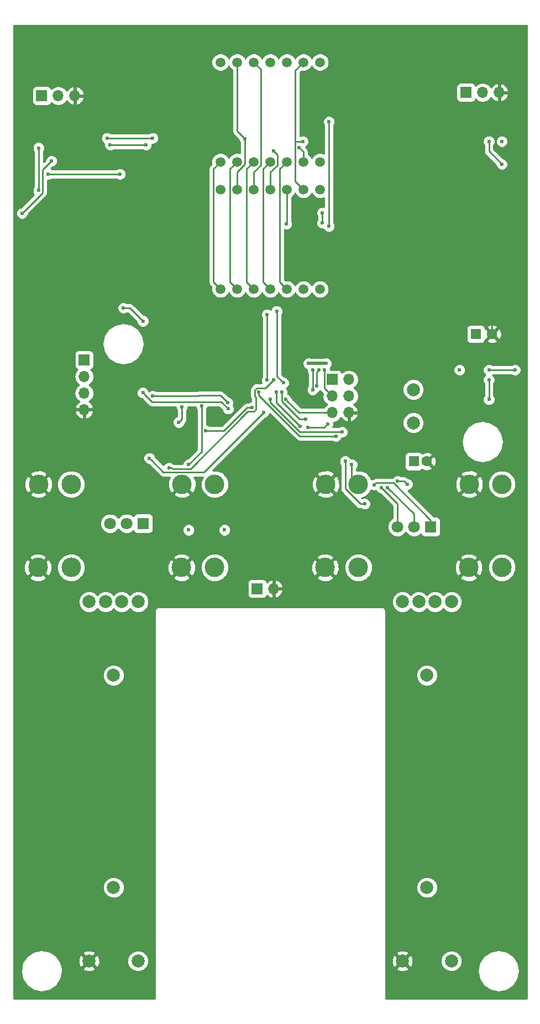
<source format=gbl>
G04 #@! TF.FileFunction,Copper,L2,Bot,Signal*
%FSLAX46Y46*%
G04 Gerber Fmt 4.6, Leading zero omitted, Abs format (unit mm)*
G04 Created by KiCad (PCBNEW 4.0.4-stable) date Saturday, September 23, 2017 'PMt' 01:19:15 PM*
%MOMM*%
%LPD*%
G01*
G04 APERTURE LIST*
%ADD10C,0.100000*%
%ADD11C,3.000000*%
%ADD12R,1.600000X1.600000*%
%ADD13C,1.600000*%
%ADD14C,1.998980*%
%ADD15R,1.800000X1.800000*%
%ADD16C,1.800000*%
%ADD17C,1.500000*%
%ADD18R,1.700000X1.700000*%
%ADD19O,1.700000X1.700000*%
%ADD20C,2.000000*%
%ADD21C,0.600000*%
%ADD22C,0.250000*%
%ADD23C,0.500000*%
%ADD24C,0.254000*%
G04 APERTURE END LIST*
D10*
D11*
X52000000Y-111500000D03*
X51920000Y-124250000D03*
X57000000Y-111500000D03*
X57000000Y-124250000D03*
D12*
X109500000Y-108000000D03*
D13*
X111500000Y-108000000D03*
D12*
X119000000Y-88500000D03*
D13*
X121500000Y-88500000D03*
D14*
X109420000Y-97000000D03*
X109420000Y-102080000D03*
D15*
X68040000Y-117500000D03*
D16*
X65500000Y-117500000D03*
X62960000Y-117500000D03*
D15*
X112080000Y-118000000D03*
D16*
X109540000Y-118000000D03*
X107000000Y-118000000D03*
D17*
X79880000Y-66380000D03*
X82420000Y-66380000D03*
X84960000Y-66380000D03*
X95120000Y-66380000D03*
X92580000Y-66380000D03*
X90040000Y-66380000D03*
X87500000Y-66380000D03*
X95120000Y-81620000D03*
X92580000Y-81620000D03*
X90040000Y-81620000D03*
X79880000Y-81620000D03*
X82420000Y-81620000D03*
X84960000Y-81620000D03*
X87500000Y-81620000D03*
X79880000Y-46880000D03*
X82420000Y-46880000D03*
X84960000Y-46880000D03*
X95120000Y-46880000D03*
X92580000Y-46880000D03*
X90040000Y-46880000D03*
X87500000Y-46880000D03*
X95120000Y-62120000D03*
X92580000Y-62120000D03*
X90040000Y-62120000D03*
X79880000Y-62120000D03*
X82420000Y-62120000D03*
X84960000Y-62120000D03*
X87500000Y-62120000D03*
D18*
X85500000Y-127500000D03*
D19*
X88040000Y-127500000D03*
D18*
X97000000Y-95460000D03*
D19*
X99540000Y-95460000D03*
X97000000Y-98000000D03*
X99540000Y-98000000D03*
X97000000Y-100540000D03*
X99540000Y-100540000D03*
D18*
X52500000Y-52000000D03*
D19*
X55040000Y-52000000D03*
X57580000Y-52000000D03*
D18*
X117500000Y-51500000D03*
D19*
X120040000Y-51500000D03*
X122580000Y-51500000D03*
D18*
X59000000Y-92460000D03*
D19*
X59000000Y-95000000D03*
X59000000Y-97540000D03*
X59000000Y-100080000D03*
D20*
X67250000Y-184500000D03*
X59750000Y-184500000D03*
X63500000Y-173250000D03*
X67290000Y-129500000D03*
X64750000Y-129500000D03*
X62250000Y-129500000D03*
X59750000Y-129500000D03*
X63500000Y-140750000D03*
X115250000Y-184500000D03*
X107750000Y-184500000D03*
X111500000Y-173250000D03*
X115290000Y-129500000D03*
X112750000Y-129500000D03*
X110250000Y-129500000D03*
X107750000Y-129500000D03*
X111500000Y-140750000D03*
D11*
X74000000Y-111500000D03*
X73920000Y-124250000D03*
X79000000Y-111500000D03*
X79000000Y-124250000D03*
X96000000Y-111500000D03*
X95920000Y-124250000D03*
X101000000Y-111500000D03*
X101000000Y-124250000D03*
X118000000Y-111500000D03*
X117920000Y-124250000D03*
X123000000Y-111500000D03*
X123000000Y-124250000D03*
D21*
X123000000Y-59000000D03*
X80500000Y-118500000D03*
X75000000Y-118500000D03*
X121000000Y-98500000D03*
X121000000Y-95500000D03*
X125000000Y-94000000D03*
X121000000Y-94000000D03*
X116500000Y-94000000D03*
X77000000Y-94000000D03*
X77500000Y-91500000D03*
X123500000Y-49000000D03*
X121500000Y-49000000D03*
X116500000Y-88500000D03*
X126000000Y-72000000D03*
X114500000Y-100500000D03*
X114500000Y-96000000D03*
X112000000Y-126500000D03*
X108500000Y-126500000D03*
X106500000Y-132500000D03*
X104000000Y-129000000D03*
X78000000Y-128500000D03*
X75500000Y-128500000D03*
X69500000Y-132000000D03*
X69500000Y-129500000D03*
X58500000Y-114000000D03*
X55000000Y-114000000D03*
X55500000Y-74000000D03*
X56500000Y-73000000D03*
X60500000Y-69500000D03*
X85500000Y-92000000D03*
X58000000Y-68000000D03*
X86500000Y-105000000D03*
X85500000Y-104000000D03*
X118000000Y-72500000D03*
X118000000Y-70000000D03*
X93290836Y-102754726D03*
X96282737Y-102249989D03*
X93374990Y-93000000D03*
X68000000Y-86500000D03*
X65000000Y-84500000D03*
X49500000Y-70000000D03*
X54000000Y-62000000D03*
X96075021Y-93000000D03*
X69000000Y-107500000D03*
X86500000Y-100500000D03*
X103421640Y-111578360D03*
X105500000Y-112000000D03*
X104500000Y-112000000D03*
X83624450Y-58629449D03*
X92500000Y-59000000D03*
X90000000Y-71625010D03*
X53500000Y-64000000D03*
X64500000Y-64000000D03*
X88000000Y-60500000D03*
X91957294Y-59952998D03*
X63000000Y-59500000D03*
X68500000Y-59500000D03*
X95800013Y-94000000D03*
X89529046Y-95970954D03*
X52000000Y-60000000D03*
X52000000Y-66500000D03*
X88500000Y-85000000D03*
X89877964Y-98478344D03*
X87000000Y-95500000D03*
X87000000Y-85500000D03*
X94625010Y-96434306D03*
X96500000Y-56000000D03*
X96500000Y-72000000D03*
X95000000Y-94000000D03*
X68000000Y-97500000D03*
X81045863Y-99954137D03*
X69500000Y-98000000D03*
X81000000Y-99000000D03*
X98500000Y-103500000D03*
X87500000Y-98500000D03*
X77625010Y-103281329D03*
X84685169Y-99750012D03*
X72000000Y-109000000D03*
X88000000Y-95500000D03*
X75000000Y-108500000D03*
X77000000Y-99500000D03*
X92926097Y-101508075D03*
X89252954Y-97386503D03*
X102000000Y-114500000D03*
X99000000Y-108000000D03*
X74000000Y-99625010D03*
X73500000Y-102000000D03*
X92099860Y-102591239D03*
X88454213Y-97341433D03*
X100000000Y-108500000D03*
X97565694Y-104125010D03*
X85755277Y-97374990D03*
X108500000Y-111500000D03*
X107000000Y-111000000D03*
X95500000Y-69933668D03*
X95500000Y-71500000D03*
X94000000Y-94000000D03*
X94000000Y-97000000D03*
X123000000Y-62500000D03*
X121000000Y-59000000D03*
X69500000Y-58500000D03*
X62500000Y-58500000D03*
D22*
X121000000Y-95500000D02*
X121000000Y-98500000D01*
X121000000Y-94000000D02*
X125000000Y-94000000D01*
X77500000Y-91500000D02*
X77500000Y-93500000D01*
X77500000Y-93500000D02*
X77000000Y-94000000D01*
X122580000Y-51500000D02*
X122580000Y-49920000D01*
X122580000Y-49920000D02*
X123500000Y-49000000D01*
X122580000Y-51500000D02*
X122580000Y-50080000D01*
X122580000Y-50080000D02*
X121500000Y-49000000D01*
X121000000Y-86500000D02*
X118500000Y-86500000D01*
X118500000Y-86500000D02*
X116500000Y-88500000D01*
X121500000Y-87000000D02*
X121000000Y-86500000D01*
X121500000Y-88500000D02*
X121500000Y-87000000D01*
X118000000Y-72500000D02*
X125500000Y-72500000D01*
X125500000Y-72500000D02*
X126000000Y-72000000D01*
X114500000Y-96000000D02*
X114500000Y-100500000D01*
X108500000Y-126500000D02*
X112000000Y-126500000D01*
X106500000Y-131500000D02*
X106500000Y-132500000D01*
X104000000Y-129000000D02*
X106500000Y-131500000D01*
X75500000Y-128500000D02*
X78000000Y-128500000D01*
X69500000Y-129500000D02*
X69500000Y-132000000D01*
X55000000Y-114000000D02*
X58500000Y-114000000D01*
X56500000Y-73000000D02*
X55500000Y-74000000D01*
X95982738Y-102549988D02*
X96282737Y-102249989D01*
X93290836Y-102754726D02*
X95778000Y-102754726D01*
X95778000Y-102754726D02*
X95982738Y-102549988D01*
D23*
X96075021Y-93000000D02*
X93374990Y-93000000D01*
D22*
X65000000Y-84500000D02*
X66000000Y-84500000D01*
X66000000Y-84500000D02*
X68000000Y-86500000D01*
X54000000Y-62000000D02*
X52625001Y-63374999D01*
X52625001Y-63374999D02*
X52625001Y-66874999D01*
X52625001Y-66874999D02*
X49500000Y-70000000D01*
X69299999Y-107799999D02*
X69000000Y-107500000D01*
X77374998Y-109625002D02*
X71125002Y-109625002D01*
X71125002Y-109625002D02*
X69299999Y-107799999D01*
X86500000Y-100500000D02*
X77374998Y-109625002D01*
X106353359Y-111278361D02*
X103721639Y-111278361D01*
X112080000Y-117005002D02*
X106353359Y-111278361D01*
X112080000Y-118000000D02*
X112080000Y-117005002D01*
X103721639Y-111278361D02*
X103421640Y-111578360D01*
X105500000Y-112000000D02*
X109540000Y-116040000D01*
X109540000Y-116040000D02*
X109540000Y-118000000D01*
X107000000Y-118000000D02*
X107000000Y-114500000D01*
X107000000Y-114500000D02*
X104500000Y-112000000D01*
X82420000Y-63711002D02*
X83624450Y-62506552D01*
X82420000Y-57424999D02*
X83624450Y-58629449D01*
X83624450Y-62506552D02*
X83624450Y-58629449D01*
X82420000Y-46880000D02*
X82420000Y-57424999D01*
X82420000Y-66380000D02*
X82420000Y-63711002D01*
X84960000Y-46880000D02*
X86035001Y-47955001D01*
X86035001Y-47955001D02*
X86035001Y-62636001D01*
X86035001Y-62636001D02*
X84960000Y-63711002D01*
X84960000Y-63711002D02*
X84960000Y-66380000D01*
X92500000Y-59000000D02*
X91500000Y-59000000D01*
X91332292Y-48127708D02*
X92580000Y-46880000D01*
X92580000Y-66380000D02*
X91332292Y-65132292D01*
X91332292Y-65132292D02*
X91332292Y-48127708D01*
X90040000Y-66380000D02*
X90040000Y-71585010D01*
X90040000Y-71585010D02*
X90000000Y-71625010D01*
X64500000Y-64000000D02*
X53500000Y-64000000D01*
X87500000Y-66380000D02*
X87500000Y-63711002D01*
X87500000Y-63711002D02*
X88575001Y-62636001D01*
X88575001Y-62636001D02*
X88575001Y-61075001D01*
X88575001Y-61075001D02*
X88000000Y-60500000D01*
X90040000Y-62120000D02*
X88964999Y-63195001D01*
X88964999Y-63195001D02*
X88964999Y-80544999D01*
X88964999Y-80544999D02*
X90040000Y-81620000D01*
X79880000Y-62120000D02*
X78804999Y-63195001D01*
X78804999Y-63195001D02*
X78804999Y-80544999D01*
X78804999Y-80544999D02*
X79880000Y-81620000D01*
X82420000Y-62120000D02*
X81344999Y-63195001D01*
X81344999Y-63195001D02*
X81344999Y-80544999D01*
X81344999Y-80544999D02*
X82420000Y-81620000D01*
X84960000Y-62120000D02*
X83884999Y-63195001D01*
X83884999Y-63195001D02*
X83884999Y-80544999D01*
X83884999Y-80544999D02*
X84960000Y-81620000D01*
X87500000Y-62120000D02*
X86424999Y-63195001D01*
X86424999Y-63195001D02*
X86424999Y-80544999D01*
X86424999Y-80544999D02*
X87500000Y-81620000D01*
X92580000Y-60575704D02*
X91957294Y-59952998D01*
X92580000Y-62120000D02*
X92580000Y-60575704D01*
X68500000Y-59500000D02*
X63000000Y-59500000D01*
X95800013Y-96800013D02*
X95800013Y-94000000D01*
X97000000Y-98000000D02*
X95800013Y-96800013D01*
X89229047Y-95670955D02*
X89529046Y-95970954D01*
X88500000Y-94941908D02*
X89229047Y-95670955D01*
X88500000Y-85000000D02*
X88500000Y-94941908D01*
X52000000Y-66500000D02*
X52000000Y-60000000D01*
X97000000Y-100540000D02*
X91939620Y-100540000D01*
X90177963Y-98778343D02*
X89877964Y-98478344D01*
X91939620Y-100540000D02*
X90177963Y-98778343D01*
X87000000Y-95500000D02*
X87000000Y-85500000D01*
X94625010Y-96010042D02*
X94625010Y-96434306D01*
X94625010Y-94374990D02*
X94625010Y-96010042D01*
X95000000Y-94000000D02*
X94625010Y-94374990D01*
X96500000Y-72000000D02*
X96500000Y-56000000D01*
X68299999Y-97799999D02*
X68000000Y-97500000D01*
X69374999Y-98874999D02*
X68299999Y-97799999D01*
X79966725Y-98874999D02*
X69374999Y-98874999D01*
X81045863Y-99954137D02*
X79966725Y-98874999D01*
X69924264Y-98000000D02*
X69500000Y-98000000D01*
X76438587Y-98000000D02*
X69924264Y-98000000D01*
X76563588Y-97874999D02*
X76438587Y-98000000D01*
X79874999Y-97874999D02*
X76563588Y-97874999D01*
X81000000Y-99000000D02*
X79874999Y-97874999D01*
X87500000Y-99000000D02*
X92000000Y-103500000D01*
X92000000Y-103500000D02*
X98500000Y-103500000D01*
X87500000Y-98500000D02*
X87500000Y-99000000D01*
X80385512Y-103281329D02*
X78049274Y-103281329D01*
X84685169Y-99750012D02*
X83916829Y-99750012D01*
X83916829Y-99750012D02*
X80385512Y-103281329D01*
X78049274Y-103281329D02*
X77625010Y-103281329D01*
X84031325Y-100375014D02*
X75281337Y-109125002D01*
X85310171Y-100050014D02*
X84985171Y-100375014D01*
X85130275Y-98007790D02*
X85310171Y-98187686D01*
X85455275Y-96749988D02*
X85130275Y-97074988D01*
X85130275Y-97074988D02*
X85130275Y-98007790D01*
X86750012Y-96749988D02*
X85455275Y-96749988D01*
X85310171Y-98187686D02*
X85310171Y-100050014D01*
X84985171Y-100375014D02*
X84031325Y-100375014D01*
X88000000Y-95500000D02*
X86750012Y-96749988D01*
X75281337Y-109125002D02*
X72549266Y-109125002D01*
X72549266Y-109125002D02*
X72424264Y-109000000D01*
X72424264Y-109000000D02*
X72000000Y-109000000D01*
X77000000Y-106500000D02*
X75000000Y-108500000D01*
X77000000Y-99500000D02*
X77000000Y-106500000D01*
X89252954Y-97386503D02*
X89252954Y-98780468D01*
X89252954Y-98780468D02*
X91980561Y-101508075D01*
X92501833Y-101508075D02*
X92926097Y-101508075D01*
X91980561Y-101508075D02*
X92501833Y-101508075D01*
X101298998Y-114500000D02*
X102000000Y-114500000D01*
X99000000Y-108000000D02*
X99000000Y-112201002D01*
X99000000Y-112201002D02*
X101298998Y-114500000D01*
X74000000Y-101500000D02*
X74000000Y-99625010D01*
X73500000Y-102000000D02*
X74000000Y-101500000D01*
X88454213Y-98945592D02*
X92099860Y-102591239D01*
X88454213Y-97341433D02*
X88454213Y-98945592D01*
X100000000Y-108500000D02*
X100000000Y-110500000D01*
X100000000Y-110500000D02*
X101000000Y-111500000D01*
X85755277Y-97374990D02*
X85755277Y-97891688D01*
X97141430Y-104125010D02*
X97565694Y-104125010D01*
X91988599Y-104125010D02*
X97141430Y-104125010D01*
X85755277Y-97891688D02*
X91988599Y-104125010D01*
X107000000Y-111000000D02*
X108000000Y-111000000D01*
X108000000Y-111000000D02*
X108500000Y-111500000D01*
X95500000Y-71500000D02*
X95500000Y-69933668D01*
X94000000Y-97000000D02*
X94000000Y-94000000D01*
X121000000Y-59000000D02*
X121000000Y-60500000D01*
X121000000Y-60500000D02*
X123000000Y-62500000D01*
X62500000Y-58500000D02*
X69500000Y-58500000D01*
D24*
G36*
X126790000Y-190290000D02*
X105210000Y-190290000D01*
X105210000Y-185652532D01*
X106777073Y-185652532D01*
X106875736Y-185919387D01*
X107485461Y-186145908D01*
X108135460Y-186121856D01*
X108624264Y-185919387D01*
X108722927Y-185652532D01*
X107750000Y-184679605D01*
X106777073Y-185652532D01*
X105210000Y-185652532D01*
X105210000Y-184235461D01*
X106104092Y-184235461D01*
X106128144Y-184885460D01*
X106330613Y-185374264D01*
X106597468Y-185472927D01*
X107570395Y-184500000D01*
X107929605Y-184500000D01*
X108902532Y-185472927D01*
X109169387Y-185374264D01*
X109373893Y-184823795D01*
X113614716Y-184823795D01*
X113863106Y-185424943D01*
X114322637Y-185885278D01*
X114923352Y-186134716D01*
X115573795Y-186135284D01*
X115901206Y-186000000D01*
X119290000Y-186000000D01*
X119534347Y-187228414D01*
X120230187Y-188269813D01*
X121271586Y-188965653D01*
X122500000Y-189210000D01*
X123728414Y-188965653D01*
X124769813Y-188269813D01*
X125465653Y-187228414D01*
X125710000Y-186000000D01*
X125465653Y-184771586D01*
X124769813Y-183730187D01*
X123728414Y-183034347D01*
X122500000Y-182790000D01*
X121271586Y-183034347D01*
X120230187Y-183730187D01*
X119534347Y-184771586D01*
X119290000Y-186000000D01*
X115901206Y-186000000D01*
X116174943Y-185886894D01*
X116635278Y-185427363D01*
X116884716Y-184826648D01*
X116885284Y-184176205D01*
X116636894Y-183575057D01*
X116177363Y-183114722D01*
X115576648Y-182865284D01*
X114926205Y-182864716D01*
X114325057Y-183113106D01*
X113864722Y-183572637D01*
X113615284Y-184173352D01*
X113614716Y-184823795D01*
X109373893Y-184823795D01*
X109395908Y-184764539D01*
X109371856Y-184114540D01*
X109169387Y-183625736D01*
X108902532Y-183527073D01*
X107929605Y-184500000D01*
X107570395Y-184500000D01*
X106597468Y-183527073D01*
X106330613Y-183625736D01*
X106104092Y-184235461D01*
X105210000Y-184235461D01*
X105210000Y-183347468D01*
X106777073Y-183347468D01*
X107750000Y-184320395D01*
X108722927Y-183347468D01*
X108624264Y-183080613D01*
X108014539Y-182854092D01*
X107364540Y-182878144D01*
X106875736Y-183080613D01*
X106777073Y-183347468D01*
X105210000Y-183347468D01*
X105210000Y-173573795D01*
X109864716Y-173573795D01*
X110113106Y-174174943D01*
X110572637Y-174635278D01*
X111173352Y-174884716D01*
X111823795Y-174885284D01*
X112424943Y-174636894D01*
X112885278Y-174177363D01*
X113134716Y-173576648D01*
X113135284Y-172926205D01*
X112886894Y-172325057D01*
X112427363Y-171864722D01*
X111826648Y-171615284D01*
X111176205Y-171614716D01*
X110575057Y-171863106D01*
X110114722Y-172322637D01*
X109865284Y-172923352D01*
X109864716Y-173573795D01*
X105210000Y-173573795D01*
X105210000Y-141073795D01*
X109864716Y-141073795D01*
X110113106Y-141674943D01*
X110572637Y-142135278D01*
X111173352Y-142384716D01*
X111823795Y-142385284D01*
X112424943Y-142136894D01*
X112885278Y-141677363D01*
X113134716Y-141076648D01*
X113135284Y-140426205D01*
X112886894Y-139825057D01*
X112427363Y-139364722D01*
X111826648Y-139115284D01*
X111176205Y-139114716D01*
X110575057Y-139363106D01*
X110114722Y-139822637D01*
X109865284Y-140423352D01*
X109864716Y-141073795D01*
X105210000Y-141073795D01*
X105210000Y-131000000D01*
X105155954Y-130728295D01*
X105002046Y-130497954D01*
X104771705Y-130344046D01*
X104500000Y-130290000D01*
X70500000Y-130290000D01*
X70228295Y-130344046D01*
X69997954Y-130497954D01*
X69844046Y-130728295D01*
X69790000Y-131000000D01*
X69790000Y-190290000D01*
X48210000Y-190290000D01*
X48210000Y-186000000D01*
X49290000Y-186000000D01*
X49534347Y-187228414D01*
X50230187Y-188269813D01*
X51271586Y-188965653D01*
X52500000Y-189210000D01*
X53728414Y-188965653D01*
X54769813Y-188269813D01*
X55465653Y-187228414D01*
X55710000Y-186000000D01*
X55640885Y-185652532D01*
X58777073Y-185652532D01*
X58875736Y-185919387D01*
X59485461Y-186145908D01*
X60135460Y-186121856D01*
X60624264Y-185919387D01*
X60722927Y-185652532D01*
X59750000Y-184679605D01*
X58777073Y-185652532D01*
X55640885Y-185652532D01*
X55465653Y-184771586D01*
X55107427Y-184235461D01*
X58104092Y-184235461D01*
X58128144Y-184885460D01*
X58330613Y-185374264D01*
X58597468Y-185472927D01*
X59570395Y-184500000D01*
X59929605Y-184500000D01*
X60902532Y-185472927D01*
X61169387Y-185374264D01*
X61373893Y-184823795D01*
X65614716Y-184823795D01*
X65863106Y-185424943D01*
X66322637Y-185885278D01*
X66923352Y-186134716D01*
X67573795Y-186135284D01*
X68174943Y-185886894D01*
X68635278Y-185427363D01*
X68884716Y-184826648D01*
X68885284Y-184176205D01*
X68636894Y-183575057D01*
X68177363Y-183114722D01*
X67576648Y-182865284D01*
X66926205Y-182864716D01*
X66325057Y-183113106D01*
X65864722Y-183572637D01*
X65615284Y-184173352D01*
X65614716Y-184823795D01*
X61373893Y-184823795D01*
X61395908Y-184764539D01*
X61371856Y-184114540D01*
X61169387Y-183625736D01*
X60902532Y-183527073D01*
X59929605Y-184500000D01*
X59570395Y-184500000D01*
X58597468Y-183527073D01*
X58330613Y-183625736D01*
X58104092Y-184235461D01*
X55107427Y-184235461D01*
X54769813Y-183730187D01*
X54197034Y-183347468D01*
X58777073Y-183347468D01*
X59750000Y-184320395D01*
X60722927Y-183347468D01*
X60624264Y-183080613D01*
X60014539Y-182854092D01*
X59364540Y-182878144D01*
X58875736Y-183080613D01*
X58777073Y-183347468D01*
X54197034Y-183347468D01*
X53728414Y-183034347D01*
X52500000Y-182790000D01*
X51271586Y-183034347D01*
X50230187Y-183730187D01*
X49534347Y-184771586D01*
X49290000Y-186000000D01*
X48210000Y-186000000D01*
X48210000Y-173573795D01*
X61864716Y-173573795D01*
X62113106Y-174174943D01*
X62572637Y-174635278D01*
X63173352Y-174884716D01*
X63823795Y-174885284D01*
X64424943Y-174636894D01*
X64885278Y-174177363D01*
X65134716Y-173576648D01*
X65135284Y-172926205D01*
X64886894Y-172325057D01*
X64427363Y-171864722D01*
X63826648Y-171615284D01*
X63176205Y-171614716D01*
X62575057Y-171863106D01*
X62114722Y-172322637D01*
X61865284Y-172923352D01*
X61864716Y-173573795D01*
X48210000Y-173573795D01*
X48210000Y-141073795D01*
X61864716Y-141073795D01*
X62113106Y-141674943D01*
X62572637Y-142135278D01*
X63173352Y-142384716D01*
X63823795Y-142385284D01*
X64424943Y-142136894D01*
X64885278Y-141677363D01*
X65134716Y-141076648D01*
X65135284Y-140426205D01*
X64886894Y-139825057D01*
X64427363Y-139364722D01*
X63826648Y-139115284D01*
X63176205Y-139114716D01*
X62575057Y-139363106D01*
X62114722Y-139822637D01*
X61865284Y-140423352D01*
X61864716Y-141073795D01*
X48210000Y-141073795D01*
X48210000Y-129823795D01*
X58114716Y-129823795D01*
X58363106Y-130424943D01*
X58822637Y-130885278D01*
X59423352Y-131134716D01*
X60073795Y-131135284D01*
X60674943Y-130886894D01*
X61000164Y-130562241D01*
X61322637Y-130885278D01*
X61923352Y-131134716D01*
X62573795Y-131135284D01*
X63174943Y-130886894D01*
X63500164Y-130562241D01*
X63822637Y-130885278D01*
X64423352Y-131134716D01*
X65073795Y-131135284D01*
X65674943Y-130886894D01*
X66020199Y-130542241D01*
X66362637Y-130885278D01*
X66963352Y-131134716D01*
X67613795Y-131135284D01*
X68214943Y-130886894D01*
X68675278Y-130427363D01*
X68924716Y-129826648D01*
X68924718Y-129823795D01*
X106114716Y-129823795D01*
X106363106Y-130424943D01*
X106822637Y-130885278D01*
X107423352Y-131134716D01*
X108073795Y-131135284D01*
X108674943Y-130886894D01*
X109000164Y-130562241D01*
X109322637Y-130885278D01*
X109923352Y-131134716D01*
X110573795Y-131135284D01*
X111174943Y-130886894D01*
X111500164Y-130562241D01*
X111822637Y-130885278D01*
X112423352Y-131134716D01*
X113073795Y-131135284D01*
X113674943Y-130886894D01*
X114020199Y-130542241D01*
X114362637Y-130885278D01*
X114963352Y-131134716D01*
X115613795Y-131135284D01*
X116214943Y-130886894D01*
X116675278Y-130427363D01*
X116924716Y-129826648D01*
X116925284Y-129176205D01*
X116676894Y-128575057D01*
X116217363Y-128114722D01*
X115616648Y-127865284D01*
X114966205Y-127864716D01*
X114365057Y-128113106D01*
X114019801Y-128457759D01*
X113677363Y-128114722D01*
X113076648Y-127865284D01*
X112426205Y-127864716D01*
X111825057Y-128113106D01*
X111499836Y-128437759D01*
X111177363Y-128114722D01*
X110576648Y-127865284D01*
X109926205Y-127864716D01*
X109325057Y-128113106D01*
X108999836Y-128437759D01*
X108677363Y-128114722D01*
X108076648Y-127865284D01*
X107426205Y-127864716D01*
X106825057Y-128113106D01*
X106364722Y-128572637D01*
X106115284Y-129173352D01*
X106114716Y-129823795D01*
X68924718Y-129823795D01*
X68925284Y-129176205D01*
X68676894Y-128575057D01*
X68217363Y-128114722D01*
X67616648Y-127865284D01*
X66966205Y-127864716D01*
X66365057Y-128113106D01*
X66019801Y-128457759D01*
X65677363Y-128114722D01*
X65076648Y-127865284D01*
X64426205Y-127864716D01*
X63825057Y-128113106D01*
X63499836Y-128437759D01*
X63177363Y-128114722D01*
X62576648Y-127865284D01*
X61926205Y-127864716D01*
X61325057Y-128113106D01*
X60999836Y-128437759D01*
X60677363Y-128114722D01*
X60076648Y-127865284D01*
X59426205Y-127864716D01*
X58825057Y-128113106D01*
X58364722Y-128572637D01*
X58115284Y-129173352D01*
X58114716Y-129823795D01*
X48210000Y-129823795D01*
X48210000Y-126650000D01*
X84002560Y-126650000D01*
X84002560Y-128350000D01*
X84046838Y-128585317D01*
X84185910Y-128801441D01*
X84398110Y-128946431D01*
X84650000Y-128997440D01*
X86350000Y-128997440D01*
X86585317Y-128953162D01*
X86801441Y-128814090D01*
X86946431Y-128601890D01*
X86968301Y-128493893D01*
X87273076Y-128771645D01*
X87683110Y-128941476D01*
X87913000Y-128820155D01*
X87913000Y-127627000D01*
X88167000Y-127627000D01*
X88167000Y-128820155D01*
X88396890Y-128941476D01*
X88806924Y-128771645D01*
X89235183Y-128381358D01*
X89481486Y-127856892D01*
X89360819Y-127627000D01*
X88167000Y-127627000D01*
X87913000Y-127627000D01*
X87893000Y-127627000D01*
X87893000Y-127373000D01*
X87913000Y-127373000D01*
X87913000Y-126179845D01*
X88167000Y-126179845D01*
X88167000Y-127373000D01*
X89360819Y-127373000D01*
X89481486Y-127143108D01*
X89235183Y-126618642D01*
X88806924Y-126228355D01*
X88396890Y-126058524D01*
X88167000Y-126179845D01*
X87913000Y-126179845D01*
X87683110Y-126058524D01*
X87273076Y-126228355D01*
X86970063Y-126504501D01*
X86953162Y-126414683D01*
X86814090Y-126198559D01*
X86601890Y-126053569D01*
X86350000Y-126002560D01*
X84650000Y-126002560D01*
X84414683Y-126046838D01*
X84198559Y-126185910D01*
X84053569Y-126398110D01*
X84002560Y-126650000D01*
X48210000Y-126650000D01*
X48210000Y-125763970D01*
X50585635Y-125763970D01*
X50745418Y-126082739D01*
X51536187Y-126392723D01*
X52385387Y-126376497D01*
X53094582Y-126082739D01*
X53254365Y-125763970D01*
X51920000Y-124429605D01*
X50585635Y-125763970D01*
X48210000Y-125763970D01*
X48210000Y-123866187D01*
X49777277Y-123866187D01*
X49793503Y-124715387D01*
X50087261Y-125424582D01*
X50406030Y-125584365D01*
X51740395Y-124250000D01*
X52099605Y-124250000D01*
X53433970Y-125584365D01*
X53752739Y-125424582D01*
X54047434Y-124672815D01*
X54864630Y-124672815D01*
X55188980Y-125457800D01*
X55789041Y-126058909D01*
X56573459Y-126384628D01*
X57422815Y-126385370D01*
X58207800Y-126061020D01*
X58505368Y-125763970D01*
X72585635Y-125763970D01*
X72745418Y-126082739D01*
X73536187Y-126392723D01*
X74385387Y-126376497D01*
X75094582Y-126082739D01*
X75254365Y-125763970D01*
X73920000Y-124429605D01*
X72585635Y-125763970D01*
X58505368Y-125763970D01*
X58808909Y-125460959D01*
X59134628Y-124676541D01*
X59135335Y-123866187D01*
X71777277Y-123866187D01*
X71793503Y-124715387D01*
X72087261Y-125424582D01*
X72406030Y-125584365D01*
X73740395Y-124250000D01*
X74099605Y-124250000D01*
X75433970Y-125584365D01*
X75752739Y-125424582D01*
X76047434Y-124672815D01*
X76864630Y-124672815D01*
X77188980Y-125457800D01*
X77789041Y-126058909D01*
X78573459Y-126384628D01*
X79422815Y-126385370D01*
X80207800Y-126061020D01*
X80505368Y-125763970D01*
X94585635Y-125763970D01*
X94745418Y-126082739D01*
X95536187Y-126392723D01*
X96385387Y-126376497D01*
X97094582Y-126082739D01*
X97254365Y-125763970D01*
X95920000Y-124429605D01*
X94585635Y-125763970D01*
X80505368Y-125763970D01*
X80808909Y-125460959D01*
X81134628Y-124676541D01*
X81135335Y-123866187D01*
X93777277Y-123866187D01*
X93793503Y-124715387D01*
X94087261Y-125424582D01*
X94406030Y-125584365D01*
X95740395Y-124250000D01*
X96099605Y-124250000D01*
X97433970Y-125584365D01*
X97752739Y-125424582D01*
X98047434Y-124672815D01*
X98864630Y-124672815D01*
X99188980Y-125457800D01*
X99789041Y-126058909D01*
X100573459Y-126384628D01*
X101422815Y-126385370D01*
X102207800Y-126061020D01*
X102505368Y-125763970D01*
X116585635Y-125763970D01*
X116745418Y-126082739D01*
X117536187Y-126392723D01*
X118385387Y-126376497D01*
X119094582Y-126082739D01*
X119254365Y-125763970D01*
X117920000Y-124429605D01*
X116585635Y-125763970D01*
X102505368Y-125763970D01*
X102808909Y-125460959D01*
X103134628Y-124676541D01*
X103135335Y-123866187D01*
X115777277Y-123866187D01*
X115793503Y-124715387D01*
X116087261Y-125424582D01*
X116406030Y-125584365D01*
X117740395Y-124250000D01*
X118099605Y-124250000D01*
X119433970Y-125584365D01*
X119752739Y-125424582D01*
X120047434Y-124672815D01*
X120864630Y-124672815D01*
X121188980Y-125457800D01*
X121789041Y-126058909D01*
X122573459Y-126384628D01*
X123422815Y-126385370D01*
X124207800Y-126061020D01*
X124808909Y-125460959D01*
X125134628Y-124676541D01*
X125135370Y-123827185D01*
X124811020Y-123042200D01*
X124210959Y-122441091D01*
X123426541Y-122115372D01*
X122577185Y-122114630D01*
X121792200Y-122438980D01*
X121191091Y-123039041D01*
X120865372Y-123823459D01*
X120864630Y-124672815D01*
X120047434Y-124672815D01*
X120062723Y-124633813D01*
X120046497Y-123784613D01*
X119752739Y-123075418D01*
X119433970Y-122915635D01*
X118099605Y-124250000D01*
X117740395Y-124250000D01*
X116406030Y-122915635D01*
X116087261Y-123075418D01*
X115777277Y-123866187D01*
X103135335Y-123866187D01*
X103135370Y-123827185D01*
X102811020Y-123042200D01*
X102505384Y-122736030D01*
X116585635Y-122736030D01*
X117920000Y-124070395D01*
X119254365Y-122736030D01*
X119094582Y-122417261D01*
X118303813Y-122107277D01*
X117454613Y-122123503D01*
X116745418Y-122417261D01*
X116585635Y-122736030D01*
X102505384Y-122736030D01*
X102210959Y-122441091D01*
X101426541Y-122115372D01*
X100577185Y-122114630D01*
X99792200Y-122438980D01*
X99191091Y-123039041D01*
X98865372Y-123823459D01*
X98864630Y-124672815D01*
X98047434Y-124672815D01*
X98062723Y-124633813D01*
X98046497Y-123784613D01*
X97752739Y-123075418D01*
X97433970Y-122915635D01*
X96099605Y-124250000D01*
X95740395Y-124250000D01*
X94406030Y-122915635D01*
X94087261Y-123075418D01*
X93777277Y-123866187D01*
X81135335Y-123866187D01*
X81135370Y-123827185D01*
X80811020Y-123042200D01*
X80505384Y-122736030D01*
X94585635Y-122736030D01*
X95920000Y-124070395D01*
X97254365Y-122736030D01*
X97094582Y-122417261D01*
X96303813Y-122107277D01*
X95454613Y-122123503D01*
X94745418Y-122417261D01*
X94585635Y-122736030D01*
X80505384Y-122736030D01*
X80210959Y-122441091D01*
X79426541Y-122115372D01*
X78577185Y-122114630D01*
X77792200Y-122438980D01*
X77191091Y-123039041D01*
X76865372Y-123823459D01*
X76864630Y-124672815D01*
X76047434Y-124672815D01*
X76062723Y-124633813D01*
X76046497Y-123784613D01*
X75752739Y-123075418D01*
X75433970Y-122915635D01*
X74099605Y-124250000D01*
X73740395Y-124250000D01*
X72406030Y-122915635D01*
X72087261Y-123075418D01*
X71777277Y-123866187D01*
X59135335Y-123866187D01*
X59135370Y-123827185D01*
X58811020Y-123042200D01*
X58505384Y-122736030D01*
X72585635Y-122736030D01*
X73920000Y-124070395D01*
X75254365Y-122736030D01*
X75094582Y-122417261D01*
X74303813Y-122107277D01*
X73454613Y-122123503D01*
X72745418Y-122417261D01*
X72585635Y-122736030D01*
X58505384Y-122736030D01*
X58210959Y-122441091D01*
X57426541Y-122115372D01*
X56577185Y-122114630D01*
X55792200Y-122438980D01*
X55191091Y-123039041D01*
X54865372Y-123823459D01*
X54864630Y-124672815D01*
X54047434Y-124672815D01*
X54062723Y-124633813D01*
X54046497Y-123784613D01*
X53752739Y-123075418D01*
X53433970Y-122915635D01*
X52099605Y-124250000D01*
X51740395Y-124250000D01*
X50406030Y-122915635D01*
X50087261Y-123075418D01*
X49777277Y-123866187D01*
X48210000Y-123866187D01*
X48210000Y-122736030D01*
X50585635Y-122736030D01*
X51920000Y-124070395D01*
X53254365Y-122736030D01*
X53094582Y-122417261D01*
X52303813Y-122107277D01*
X51454613Y-122123503D01*
X50745418Y-122417261D01*
X50585635Y-122736030D01*
X48210000Y-122736030D01*
X48210000Y-117803991D01*
X61424735Y-117803991D01*
X61657932Y-118368371D01*
X62089357Y-118800551D01*
X62653330Y-119034733D01*
X63263991Y-119035265D01*
X63828371Y-118802068D01*
X64230323Y-118400818D01*
X64629357Y-118800551D01*
X65193330Y-119034733D01*
X65803991Y-119035265D01*
X66368371Y-118802068D01*
X66536613Y-118634120D01*
X66536838Y-118635317D01*
X66675910Y-118851441D01*
X66888110Y-118996431D01*
X67140000Y-119047440D01*
X68940000Y-119047440D01*
X69175317Y-119003162D01*
X69391441Y-118864090D01*
X69513693Y-118685167D01*
X74064838Y-118685167D01*
X74206883Y-119028943D01*
X74469673Y-119292192D01*
X74813201Y-119434838D01*
X75185167Y-119435162D01*
X75528943Y-119293117D01*
X75792192Y-119030327D01*
X75934838Y-118686799D01*
X75934839Y-118685167D01*
X79564838Y-118685167D01*
X79706883Y-119028943D01*
X79969673Y-119292192D01*
X80313201Y-119434838D01*
X80685167Y-119435162D01*
X81028943Y-119293117D01*
X81292192Y-119030327D01*
X81434838Y-118686799D01*
X81435162Y-118314833D01*
X81293117Y-117971057D01*
X81030327Y-117707808D01*
X80686799Y-117565162D01*
X80314833Y-117564838D01*
X79971057Y-117706883D01*
X79707808Y-117969673D01*
X79565162Y-118313201D01*
X79564838Y-118685167D01*
X75934839Y-118685167D01*
X75935162Y-118314833D01*
X75793117Y-117971057D01*
X75530327Y-117707808D01*
X75186799Y-117565162D01*
X74814833Y-117564838D01*
X74471057Y-117706883D01*
X74207808Y-117969673D01*
X74065162Y-118313201D01*
X74064838Y-118685167D01*
X69513693Y-118685167D01*
X69536431Y-118651890D01*
X69587440Y-118400000D01*
X69587440Y-116600000D01*
X69543162Y-116364683D01*
X69404090Y-116148559D01*
X69191890Y-116003569D01*
X68940000Y-115952560D01*
X67140000Y-115952560D01*
X66904683Y-115996838D01*
X66688559Y-116135910D01*
X66543569Y-116348110D01*
X66539433Y-116368534D01*
X66370643Y-116199449D01*
X65806670Y-115965267D01*
X65196009Y-115964735D01*
X64631629Y-116197932D01*
X64229677Y-116599182D01*
X63830643Y-116199449D01*
X63266670Y-115965267D01*
X62656009Y-115964735D01*
X62091629Y-116197932D01*
X61659449Y-116629357D01*
X61425267Y-117193330D01*
X61424735Y-117803991D01*
X48210000Y-117803991D01*
X48210000Y-113013970D01*
X50665635Y-113013970D01*
X50825418Y-113332739D01*
X51616187Y-113642723D01*
X52465387Y-113626497D01*
X53174582Y-113332739D01*
X53334365Y-113013970D01*
X52000000Y-111679605D01*
X50665635Y-113013970D01*
X48210000Y-113013970D01*
X48210000Y-111116187D01*
X49857277Y-111116187D01*
X49873503Y-111965387D01*
X50167261Y-112674582D01*
X50486030Y-112834365D01*
X51820395Y-111500000D01*
X52179605Y-111500000D01*
X53513970Y-112834365D01*
X53832739Y-112674582D01*
X54127434Y-111922815D01*
X54864630Y-111922815D01*
X55188980Y-112707800D01*
X55789041Y-113308909D01*
X56573459Y-113634628D01*
X57422815Y-113635370D01*
X58207800Y-113311020D01*
X58505368Y-113013970D01*
X72665635Y-113013970D01*
X72825418Y-113332739D01*
X73616187Y-113642723D01*
X74465387Y-113626497D01*
X75174582Y-113332739D01*
X75334365Y-113013970D01*
X74000000Y-111679605D01*
X72665635Y-113013970D01*
X58505368Y-113013970D01*
X58808909Y-112710959D01*
X59134628Y-111926541D01*
X59135370Y-111077185D01*
X58811020Y-110292200D01*
X58210959Y-109691091D01*
X57426541Y-109365372D01*
X56577185Y-109364630D01*
X55792200Y-109688980D01*
X55191091Y-110289041D01*
X54865372Y-111073459D01*
X54864630Y-111922815D01*
X54127434Y-111922815D01*
X54142723Y-111883813D01*
X54126497Y-111034613D01*
X53832739Y-110325418D01*
X53513970Y-110165635D01*
X52179605Y-111500000D01*
X51820395Y-111500000D01*
X50486030Y-110165635D01*
X50167261Y-110325418D01*
X49857277Y-111116187D01*
X48210000Y-111116187D01*
X48210000Y-109986030D01*
X50665635Y-109986030D01*
X52000000Y-111320395D01*
X53334365Y-109986030D01*
X53174582Y-109667261D01*
X52383813Y-109357277D01*
X51534613Y-109373503D01*
X50825418Y-109667261D01*
X50665635Y-109986030D01*
X48210000Y-109986030D01*
X48210000Y-100436890D01*
X57558524Y-100436890D01*
X57728355Y-100846924D01*
X58118642Y-101275183D01*
X58643108Y-101521486D01*
X58873000Y-101400819D01*
X58873000Y-100207000D01*
X59127000Y-100207000D01*
X59127000Y-101400819D01*
X59356892Y-101521486D01*
X59881358Y-101275183D01*
X60271645Y-100846924D01*
X60441476Y-100436890D01*
X60320155Y-100207000D01*
X59127000Y-100207000D01*
X58873000Y-100207000D01*
X57679845Y-100207000D01*
X57558524Y-100436890D01*
X48210000Y-100436890D01*
X48210000Y-95000000D01*
X57485907Y-95000000D01*
X57598946Y-95568285D01*
X57920853Y-96050054D01*
X58250026Y-96270000D01*
X57920853Y-96489946D01*
X57598946Y-96971715D01*
X57485907Y-97540000D01*
X57598946Y-98108285D01*
X57920853Y-98590054D01*
X58261553Y-98817702D01*
X58118642Y-98884817D01*
X57728355Y-99313076D01*
X57558524Y-99723110D01*
X57679845Y-99953000D01*
X58873000Y-99953000D01*
X58873000Y-99933000D01*
X59127000Y-99933000D01*
X59127000Y-99953000D01*
X60320155Y-99953000D01*
X60441476Y-99723110D01*
X60271645Y-99313076D01*
X59881358Y-98884817D01*
X59738447Y-98817702D01*
X60079147Y-98590054D01*
X60401054Y-98108285D01*
X60485217Y-97685167D01*
X67064838Y-97685167D01*
X67206883Y-98028943D01*
X67469673Y-98292192D01*
X67813201Y-98434838D01*
X67860077Y-98434879D01*
X68837598Y-99412400D01*
X69084160Y-99577147D01*
X69374999Y-99634999D01*
X73064991Y-99634999D01*
X73064838Y-99810177D01*
X73206883Y-100153953D01*
X73240000Y-100187128D01*
X73240000Y-101095758D01*
X72971057Y-101206883D01*
X72707808Y-101469673D01*
X72565162Y-101813201D01*
X72564838Y-102185167D01*
X72706883Y-102528943D01*
X72969673Y-102792192D01*
X73313201Y-102934838D01*
X73685167Y-102935162D01*
X74028943Y-102793117D01*
X74292192Y-102530327D01*
X74434838Y-102186799D01*
X74434879Y-102139923D01*
X74537401Y-102037401D01*
X74702148Y-101790839D01*
X74760000Y-101500000D01*
X74760000Y-100187473D01*
X74792192Y-100155337D01*
X74934838Y-99811809D01*
X74934992Y-99634999D01*
X76064882Y-99634999D01*
X76064838Y-99685167D01*
X76206883Y-100028943D01*
X76240000Y-100062118D01*
X76240000Y-106185198D01*
X74860320Y-107564878D01*
X74814833Y-107564838D01*
X74471057Y-107706883D01*
X74207808Y-107969673D01*
X74065162Y-108313201D01*
X74065117Y-108365002D01*
X72815600Y-108365002D01*
X72715103Y-108297852D01*
X72596704Y-108274301D01*
X72530327Y-108207808D01*
X72186799Y-108065162D01*
X71814833Y-108064838D01*
X71471057Y-108206883D01*
X71207808Y-108469673D01*
X71159885Y-108585083D01*
X69935122Y-107360320D01*
X69935162Y-107314833D01*
X69793117Y-106971057D01*
X69530327Y-106707808D01*
X69186799Y-106565162D01*
X68814833Y-106564838D01*
X68471057Y-106706883D01*
X68207808Y-106969673D01*
X68065162Y-107313201D01*
X68064838Y-107685167D01*
X68206883Y-108028943D01*
X68469673Y-108292192D01*
X68813201Y-108434838D01*
X68860077Y-108434879D01*
X70587601Y-110162403D01*
X70834163Y-110327150D01*
X71125002Y-110385002D01*
X72143904Y-110385002D01*
X71857277Y-111116187D01*
X71873503Y-111965387D01*
X72167261Y-112674582D01*
X72486030Y-112834365D01*
X73820395Y-111500000D01*
X73806253Y-111485858D01*
X73985858Y-111306253D01*
X74000000Y-111320395D01*
X74014143Y-111306253D01*
X74193748Y-111485858D01*
X74179605Y-111500000D01*
X75513970Y-112834365D01*
X75832739Y-112674582D01*
X76142723Y-111883813D01*
X76126497Y-111034613D01*
X75857419Y-110385002D01*
X77151244Y-110385002D01*
X76865372Y-111073459D01*
X76864630Y-111922815D01*
X77188980Y-112707800D01*
X77789041Y-113308909D01*
X78573459Y-113634628D01*
X79422815Y-113635370D01*
X80207800Y-113311020D01*
X80505368Y-113013970D01*
X94665635Y-113013970D01*
X94825418Y-113332739D01*
X95616187Y-113642723D01*
X96465387Y-113626497D01*
X97174582Y-113332739D01*
X97334365Y-113013970D01*
X96000000Y-111679605D01*
X94665635Y-113013970D01*
X80505368Y-113013970D01*
X80808909Y-112710959D01*
X81134628Y-111926541D01*
X81135335Y-111116187D01*
X93857277Y-111116187D01*
X93873503Y-111965387D01*
X94167261Y-112674582D01*
X94486030Y-112834365D01*
X95820395Y-111500000D01*
X96179605Y-111500000D01*
X97513970Y-112834365D01*
X97832739Y-112674582D01*
X98142723Y-111883813D01*
X98126497Y-111034613D01*
X97832739Y-110325418D01*
X97513970Y-110165635D01*
X96179605Y-111500000D01*
X95820395Y-111500000D01*
X94486030Y-110165635D01*
X94167261Y-110325418D01*
X93857277Y-111116187D01*
X81135335Y-111116187D01*
X81135370Y-111077185D01*
X80811020Y-110292200D01*
X80505384Y-109986030D01*
X94665635Y-109986030D01*
X96000000Y-111320395D01*
X97334365Y-109986030D01*
X97174582Y-109667261D01*
X96383813Y-109357277D01*
X95534613Y-109373503D01*
X94825418Y-109667261D01*
X94665635Y-109986030D01*
X80505384Y-109986030D01*
X80210959Y-109691091D01*
X79426541Y-109365372D01*
X78710056Y-109364746D01*
X79889635Y-108185167D01*
X98064838Y-108185167D01*
X98206883Y-108528943D01*
X98240000Y-108562118D01*
X98240000Y-112201002D01*
X98297852Y-112491841D01*
X98462599Y-112738403D01*
X100761597Y-115037401D01*
X101008159Y-115202148D01*
X101298998Y-115260000D01*
X101437537Y-115260000D01*
X101469673Y-115292192D01*
X101813201Y-115434838D01*
X102185167Y-115435162D01*
X102528943Y-115293117D01*
X102792192Y-115030327D01*
X102934838Y-114686799D01*
X102935162Y-114314833D01*
X102793117Y-113971057D01*
X102530327Y-113707808D01*
X102186799Y-113565162D01*
X101814833Y-113564838D01*
X101548630Y-113674830D01*
X101483921Y-113610121D01*
X102207800Y-113311020D01*
X102808909Y-112710959D01*
X102941590Y-112391429D01*
X103234841Y-112513198D01*
X103606807Y-112513522D01*
X103686846Y-112480450D01*
X103706883Y-112528943D01*
X103969673Y-112792192D01*
X104313201Y-112934838D01*
X104360077Y-112934879D01*
X106240000Y-114814802D01*
X106240000Y-116653154D01*
X106131629Y-116697932D01*
X105699449Y-117129357D01*
X105465267Y-117693330D01*
X105464735Y-118303991D01*
X105697932Y-118868371D01*
X106129357Y-119300551D01*
X106693330Y-119534733D01*
X107303991Y-119535265D01*
X107868371Y-119302068D01*
X108270323Y-118900818D01*
X108669357Y-119300551D01*
X109233330Y-119534733D01*
X109843991Y-119535265D01*
X110408371Y-119302068D01*
X110576613Y-119134120D01*
X110576838Y-119135317D01*
X110715910Y-119351441D01*
X110928110Y-119496431D01*
X111180000Y-119547440D01*
X112980000Y-119547440D01*
X113215317Y-119503162D01*
X113431441Y-119364090D01*
X113576431Y-119151890D01*
X113627440Y-118900000D01*
X113627440Y-117100000D01*
X113583162Y-116864683D01*
X113444090Y-116648559D01*
X113231890Y-116503569D01*
X112980000Y-116452560D01*
X112602360Y-116452560D01*
X109163770Y-113013970D01*
X116665635Y-113013970D01*
X116825418Y-113332739D01*
X117616187Y-113642723D01*
X118465387Y-113626497D01*
X119174582Y-113332739D01*
X119334365Y-113013970D01*
X118000000Y-111679605D01*
X116665635Y-113013970D01*
X109163770Y-113013970D01*
X108584875Y-112435075D01*
X108685167Y-112435162D01*
X109028943Y-112293117D01*
X109292192Y-112030327D01*
X109434838Y-111686799D01*
X109435162Y-111314833D01*
X109353084Y-111116187D01*
X115857277Y-111116187D01*
X115873503Y-111965387D01*
X116167261Y-112674582D01*
X116486030Y-112834365D01*
X117820395Y-111500000D01*
X118179605Y-111500000D01*
X119513970Y-112834365D01*
X119832739Y-112674582D01*
X120127434Y-111922815D01*
X120864630Y-111922815D01*
X121188980Y-112707800D01*
X121789041Y-113308909D01*
X122573459Y-113634628D01*
X123422815Y-113635370D01*
X124207800Y-113311020D01*
X124808909Y-112710959D01*
X125134628Y-111926541D01*
X125135370Y-111077185D01*
X124811020Y-110292200D01*
X124210959Y-109691091D01*
X123426541Y-109365372D01*
X122577185Y-109364630D01*
X121792200Y-109688980D01*
X121191091Y-110289041D01*
X120865372Y-111073459D01*
X120864630Y-111922815D01*
X120127434Y-111922815D01*
X120142723Y-111883813D01*
X120126497Y-111034613D01*
X119832739Y-110325418D01*
X119513970Y-110165635D01*
X118179605Y-111500000D01*
X117820395Y-111500000D01*
X116486030Y-110165635D01*
X116167261Y-110325418D01*
X115857277Y-111116187D01*
X109353084Y-111116187D01*
X109293117Y-110971057D01*
X109030327Y-110707808D01*
X108686799Y-110565162D01*
X108639923Y-110565121D01*
X108537401Y-110462599D01*
X108290839Y-110297852D01*
X108000000Y-110240000D01*
X107562463Y-110240000D01*
X107530327Y-110207808D01*
X107186799Y-110065162D01*
X106814833Y-110064838D01*
X106471057Y-110206883D01*
X106207808Y-110469673D01*
X106187591Y-110518361D01*
X103721639Y-110518361D01*
X103430800Y-110576213D01*
X103330427Y-110643280D01*
X103236473Y-110643198D01*
X102996944Y-110742169D01*
X102811020Y-110292200D01*
X102505384Y-109986030D01*
X116665635Y-109986030D01*
X118000000Y-111320395D01*
X119334365Y-109986030D01*
X119174582Y-109667261D01*
X118383813Y-109357277D01*
X117534613Y-109373503D01*
X116825418Y-109667261D01*
X116665635Y-109986030D01*
X102505384Y-109986030D01*
X102210959Y-109691091D01*
X101426541Y-109365372D01*
X100760000Y-109364790D01*
X100760000Y-109062463D01*
X100792192Y-109030327D01*
X100934838Y-108686799D01*
X100935162Y-108314833D01*
X100793117Y-107971057D01*
X100530327Y-107707808D01*
X100186799Y-107565162D01*
X99831873Y-107564853D01*
X99793117Y-107471057D01*
X99530327Y-107207808D01*
X99511524Y-107200000D01*
X108052560Y-107200000D01*
X108052560Y-108800000D01*
X108096838Y-109035317D01*
X108235910Y-109251441D01*
X108448110Y-109396431D01*
X108700000Y-109447440D01*
X110300000Y-109447440D01*
X110535317Y-109403162D01*
X110751441Y-109264090D01*
X110755977Y-109257452D01*
X111283223Y-109446965D01*
X111853454Y-109419778D01*
X112254005Y-109253864D01*
X112328139Y-109007745D01*
X111500000Y-108179605D01*
X111485858Y-108193748D01*
X111306253Y-108014143D01*
X111320395Y-108000000D01*
X111679605Y-108000000D01*
X112507745Y-108828139D01*
X112753864Y-108754005D01*
X112946965Y-108216777D01*
X112919778Y-107646546D01*
X112753864Y-107245995D01*
X112507745Y-107171861D01*
X111679605Y-108000000D01*
X111320395Y-108000000D01*
X111306253Y-107985858D01*
X111485858Y-107806252D01*
X111500000Y-107820395D01*
X112328139Y-106992255D01*
X112254005Y-106746136D01*
X111716777Y-106553035D01*
X111146546Y-106580222D01*
X110755053Y-106742384D01*
X110551890Y-106603569D01*
X110300000Y-106552560D01*
X108700000Y-106552560D01*
X108464683Y-106596838D01*
X108248559Y-106735910D01*
X108103569Y-106948110D01*
X108052560Y-107200000D01*
X99511524Y-107200000D01*
X99186799Y-107065162D01*
X98814833Y-107064838D01*
X98471057Y-107206883D01*
X98207808Y-107469673D01*
X98065162Y-107813201D01*
X98064838Y-108185167D01*
X79889635Y-108185167D01*
X86639680Y-101435122D01*
X86685167Y-101435162D01*
X87028943Y-101293117D01*
X87292192Y-101030327D01*
X87434838Y-100686799D01*
X87434873Y-100646086D01*
X91451198Y-104662411D01*
X91697760Y-104827158D01*
X91988599Y-104885010D01*
X97003231Y-104885010D01*
X97035367Y-104917202D01*
X97378895Y-105059848D01*
X97750861Y-105060172D01*
X97896488Y-105000000D01*
X116790000Y-105000000D01*
X117034347Y-106228414D01*
X117730187Y-107269813D01*
X118771586Y-107965653D01*
X120000000Y-108210000D01*
X121228414Y-107965653D01*
X122269813Y-107269813D01*
X122965653Y-106228414D01*
X123210000Y-105000000D01*
X122965653Y-103771586D01*
X122269813Y-102730187D01*
X121228414Y-102034347D01*
X120000000Y-101790000D01*
X118771586Y-102034347D01*
X117730187Y-102730187D01*
X117034347Y-103771586D01*
X116790000Y-105000000D01*
X97896488Y-105000000D01*
X98094637Y-104918127D01*
X98357886Y-104655337D01*
X98449396Y-104434957D01*
X98685167Y-104435162D01*
X99028943Y-104293117D01*
X99292192Y-104030327D01*
X99434838Y-103686799D01*
X99435162Y-103314833D01*
X99293117Y-102971057D01*
X99030327Y-102707808D01*
X98686799Y-102565162D01*
X98314833Y-102564838D01*
X97971057Y-102706883D01*
X97937882Y-102740000D01*
X97091670Y-102740000D01*
X97217575Y-102436788D01*
X97217603Y-102403694D01*
X107785226Y-102403694D01*
X108033538Y-103004655D01*
X108492927Y-103464846D01*
X109093453Y-103714206D01*
X109743694Y-103714774D01*
X110344655Y-103466462D01*
X110804846Y-103007073D01*
X111054206Y-102406547D01*
X111054774Y-101756306D01*
X110806462Y-101155345D01*
X110347073Y-100695154D01*
X109746547Y-100445794D01*
X109096306Y-100445226D01*
X108495345Y-100693538D01*
X108035154Y-101152927D01*
X107785794Y-101753453D01*
X107785226Y-102403694D01*
X97217603Y-102403694D01*
X97217899Y-102064822D01*
X97188355Y-101993321D01*
X97597378Y-101911961D01*
X98079147Y-101590054D01*
X98268345Y-101306899D01*
X98268355Y-101306924D01*
X98658642Y-101735183D01*
X99183108Y-101981486D01*
X99413000Y-101860819D01*
X99413000Y-100667000D01*
X99667000Y-100667000D01*
X99667000Y-101860819D01*
X99896892Y-101981486D01*
X100421358Y-101735183D01*
X100811645Y-101306924D01*
X100981476Y-100896890D01*
X100860155Y-100667000D01*
X99667000Y-100667000D01*
X99413000Y-100667000D01*
X99393000Y-100667000D01*
X99393000Y-100413000D01*
X99413000Y-100413000D01*
X99413000Y-100393000D01*
X99667000Y-100393000D01*
X99667000Y-100413000D01*
X100860155Y-100413000D01*
X100981476Y-100183110D01*
X100811645Y-99773076D01*
X100421358Y-99344817D01*
X100278447Y-99277702D01*
X100619147Y-99050054D01*
X100941054Y-98568285D01*
X101054093Y-98000000D01*
X100941054Y-97431715D01*
X100868877Y-97323694D01*
X107785226Y-97323694D01*
X108033538Y-97924655D01*
X108492927Y-98384846D01*
X109093453Y-98634206D01*
X109743694Y-98634774D01*
X110344655Y-98386462D01*
X110804846Y-97927073D01*
X111054206Y-97326547D01*
X111054774Y-96676306D01*
X110806462Y-96075345D01*
X110347073Y-95615154D01*
X109746547Y-95365794D01*
X109096306Y-95365226D01*
X108495345Y-95613538D01*
X108035154Y-96072927D01*
X107785794Y-96673453D01*
X107785226Y-97323694D01*
X100868877Y-97323694D01*
X100619147Y-96949946D01*
X100289974Y-96730000D01*
X100619147Y-96510054D01*
X100941054Y-96028285D01*
X101054093Y-95460000D01*
X100941054Y-94891715D01*
X100619147Y-94409946D01*
X100282741Y-94185167D01*
X115564838Y-94185167D01*
X115706883Y-94528943D01*
X115969673Y-94792192D01*
X116313201Y-94934838D01*
X116685167Y-94935162D01*
X117028943Y-94793117D01*
X117292192Y-94530327D01*
X117434838Y-94186799D01*
X117434839Y-94185167D01*
X120064838Y-94185167D01*
X120206883Y-94528943D01*
X120427709Y-94750155D01*
X120207808Y-94969673D01*
X120065162Y-95313201D01*
X120064838Y-95685167D01*
X120206883Y-96028943D01*
X120240000Y-96062118D01*
X120240000Y-97937537D01*
X120207808Y-97969673D01*
X120065162Y-98313201D01*
X120064838Y-98685167D01*
X120206883Y-99028943D01*
X120469673Y-99292192D01*
X120813201Y-99434838D01*
X121185167Y-99435162D01*
X121528943Y-99293117D01*
X121792192Y-99030327D01*
X121934838Y-98686799D01*
X121935162Y-98314833D01*
X121793117Y-97971057D01*
X121760000Y-97937882D01*
X121760000Y-96062463D01*
X121792192Y-96030327D01*
X121934838Y-95686799D01*
X121935162Y-95314833D01*
X121793117Y-94971057D01*
X121582428Y-94760000D01*
X124437537Y-94760000D01*
X124469673Y-94792192D01*
X124813201Y-94934838D01*
X125185167Y-94935162D01*
X125528943Y-94793117D01*
X125792192Y-94530327D01*
X125934838Y-94186799D01*
X125935162Y-93814833D01*
X125793117Y-93471057D01*
X125530327Y-93207808D01*
X125186799Y-93065162D01*
X124814833Y-93064838D01*
X124471057Y-93206883D01*
X124437882Y-93240000D01*
X121562463Y-93240000D01*
X121530327Y-93207808D01*
X121186799Y-93065162D01*
X120814833Y-93064838D01*
X120471057Y-93206883D01*
X120207808Y-93469673D01*
X120065162Y-93813201D01*
X120064838Y-94185167D01*
X117434839Y-94185167D01*
X117435162Y-93814833D01*
X117293117Y-93471057D01*
X117030327Y-93207808D01*
X116686799Y-93065162D01*
X116314833Y-93064838D01*
X115971057Y-93206883D01*
X115707808Y-93469673D01*
X115565162Y-93813201D01*
X115564838Y-94185167D01*
X100282741Y-94185167D01*
X100137378Y-94088039D01*
X99569093Y-93975000D01*
X99510907Y-93975000D01*
X98942622Y-94088039D01*
X98460853Y-94409946D01*
X98460029Y-94411179D01*
X98453162Y-94374683D01*
X98314090Y-94158559D01*
X98101890Y-94013569D01*
X97850000Y-93962560D01*
X96735046Y-93962560D01*
X96735175Y-93814833D01*
X96690506Y-93706726D01*
X96867213Y-93530327D01*
X97009859Y-93186799D01*
X97010183Y-92814833D01*
X96868138Y-92471057D01*
X96605348Y-92207808D01*
X96261820Y-92065162D01*
X95889854Y-92064838D01*
X95768452Y-92115000D01*
X93681812Y-92115000D01*
X93561789Y-92065162D01*
X93189823Y-92064838D01*
X92846047Y-92206883D01*
X92582798Y-92469673D01*
X92440152Y-92813201D01*
X92439828Y-93185167D01*
X92581873Y-93528943D01*
X92844663Y-93792192D01*
X93065101Y-93883726D01*
X93064838Y-94185167D01*
X93206883Y-94528943D01*
X93240000Y-94562118D01*
X93240000Y-96437537D01*
X93207808Y-96469673D01*
X93065162Y-96813201D01*
X93064838Y-97185167D01*
X93206883Y-97528943D01*
X93469673Y-97792192D01*
X93813201Y-97934838D01*
X94185167Y-97935162D01*
X94528943Y-97793117D01*
X94792192Y-97530327D01*
X94869096Y-97345123D01*
X95153953Y-97227423D01*
X95175048Y-97206365D01*
X95262612Y-97337414D01*
X95558790Y-97633592D01*
X95485907Y-98000000D01*
X95598946Y-98568285D01*
X95920853Y-99050054D01*
X96250026Y-99270000D01*
X95920853Y-99489946D01*
X95727046Y-99780000D01*
X92254422Y-99780000D01*
X90813086Y-98338664D01*
X90813126Y-98293177D01*
X90671081Y-97949401D01*
X90408291Y-97686152D01*
X90180252Y-97591461D01*
X90187792Y-97573302D01*
X90188116Y-97201336D01*
X90046071Y-96857560D01*
X89983478Y-96794858D01*
X90057989Y-96764071D01*
X90321238Y-96501281D01*
X90463884Y-96157753D01*
X90464208Y-95785787D01*
X90322163Y-95442011D01*
X90059373Y-95178762D01*
X89715845Y-95036116D01*
X89668969Y-95036075D01*
X89260000Y-94627106D01*
X89260000Y-87700000D01*
X117552560Y-87700000D01*
X117552560Y-89300000D01*
X117596838Y-89535317D01*
X117735910Y-89751441D01*
X117948110Y-89896431D01*
X118200000Y-89947440D01*
X119800000Y-89947440D01*
X120035317Y-89903162D01*
X120251441Y-89764090D01*
X120396431Y-89551890D01*
X120405370Y-89507745D01*
X120671861Y-89507745D01*
X120745995Y-89753864D01*
X121283223Y-89946965D01*
X121853454Y-89919778D01*
X122254005Y-89753864D01*
X122328139Y-89507745D01*
X121500000Y-88679605D01*
X120671861Y-89507745D01*
X120405370Y-89507745D01*
X120444646Y-89313799D01*
X120492255Y-89328139D01*
X121320395Y-88500000D01*
X121679605Y-88500000D01*
X122507745Y-89328139D01*
X122753864Y-89254005D01*
X122946965Y-88716777D01*
X122919778Y-88146546D01*
X122753864Y-87745995D01*
X122507745Y-87671861D01*
X121679605Y-88500000D01*
X121320395Y-88500000D01*
X120492255Y-87671861D01*
X120444833Y-87686145D01*
X120408351Y-87492255D01*
X120671861Y-87492255D01*
X121500000Y-88320395D01*
X122328139Y-87492255D01*
X122254005Y-87246136D01*
X121716777Y-87053035D01*
X121146546Y-87080222D01*
X120745995Y-87246136D01*
X120671861Y-87492255D01*
X120408351Y-87492255D01*
X120403162Y-87464683D01*
X120264090Y-87248559D01*
X120051890Y-87103569D01*
X119800000Y-87052560D01*
X118200000Y-87052560D01*
X117964683Y-87096838D01*
X117748559Y-87235910D01*
X117603569Y-87448110D01*
X117552560Y-87700000D01*
X89260000Y-87700000D01*
X89260000Y-85562463D01*
X89292192Y-85530327D01*
X89434838Y-85186799D01*
X89435162Y-84814833D01*
X89293117Y-84471057D01*
X89030327Y-84207808D01*
X88686799Y-84065162D01*
X88314833Y-84064838D01*
X87971057Y-84206883D01*
X87707808Y-84469673D01*
X87585836Y-84763414D01*
X87530327Y-84707808D01*
X87186799Y-84565162D01*
X86814833Y-84564838D01*
X86471057Y-84706883D01*
X86207808Y-84969673D01*
X86065162Y-85313201D01*
X86064838Y-85685167D01*
X86206883Y-86028943D01*
X86240000Y-86062118D01*
X86240000Y-94937537D01*
X86207808Y-94969673D01*
X86065162Y-95313201D01*
X86064838Y-95685167D01*
X86190787Y-95989988D01*
X85455275Y-95989988D01*
X85216916Y-96037401D01*
X85164435Y-96047840D01*
X84917874Y-96212587D01*
X84592874Y-96537587D01*
X84428127Y-96784149D01*
X84370275Y-97074988D01*
X84370275Y-98007790D01*
X84428127Y-98298629D01*
X84550171Y-98481281D01*
X84550171Y-98814894D01*
X84500002Y-98814850D01*
X84156226Y-98956895D01*
X84123051Y-98990012D01*
X83916829Y-98990012D01*
X83625989Y-99047864D01*
X83379428Y-99212611D01*
X80070710Y-102521329D01*
X78187473Y-102521329D01*
X78155337Y-102489137D01*
X77811809Y-102346491D01*
X77760000Y-102346446D01*
X77760000Y-100062463D01*
X77792192Y-100030327D01*
X77934838Y-99686799D01*
X77934883Y-99634999D01*
X79651923Y-99634999D01*
X80110741Y-100093817D01*
X80110701Y-100139304D01*
X80252746Y-100483080D01*
X80515536Y-100746329D01*
X80859064Y-100888975D01*
X81231030Y-100889299D01*
X81574806Y-100747254D01*
X81838055Y-100484464D01*
X81980701Y-100140936D01*
X81981025Y-99768970D01*
X81838980Y-99425194D01*
X81836768Y-99422978D01*
X81934838Y-99186799D01*
X81935162Y-98814833D01*
X81793117Y-98471057D01*
X81530327Y-98207808D01*
X81186799Y-98065162D01*
X81139923Y-98065121D01*
X80412400Y-97337598D01*
X80165838Y-97172851D01*
X79874999Y-97114999D01*
X76563588Y-97114999D01*
X76272749Y-97172851D01*
X76172253Y-97240000D01*
X70062463Y-97240000D01*
X70030327Y-97207808D01*
X69686799Y-97065162D01*
X69314833Y-97064838D01*
X68971057Y-97206883D01*
X68914065Y-97263775D01*
X68793117Y-96971057D01*
X68530327Y-96707808D01*
X68186799Y-96565162D01*
X67814833Y-96564838D01*
X67471057Y-96706883D01*
X67207808Y-96969673D01*
X67065162Y-97313201D01*
X67064838Y-97685167D01*
X60485217Y-97685167D01*
X60514093Y-97540000D01*
X60401054Y-96971715D01*
X60079147Y-96489946D01*
X59749974Y-96270000D01*
X60079147Y-96050054D01*
X60401054Y-95568285D01*
X60514093Y-95000000D01*
X60401054Y-94431715D01*
X60079147Y-93949946D01*
X60037548Y-93922150D01*
X60085317Y-93913162D01*
X60301441Y-93774090D01*
X60446431Y-93561890D01*
X60497440Y-93310000D01*
X60497440Y-91610000D01*
X60453162Y-91374683D01*
X60314090Y-91158559D01*
X60101890Y-91013569D01*
X59850000Y-90962560D01*
X58150000Y-90962560D01*
X57914683Y-91006838D01*
X57698559Y-91145910D01*
X57553569Y-91358110D01*
X57502560Y-91610000D01*
X57502560Y-93310000D01*
X57546838Y-93545317D01*
X57685910Y-93761441D01*
X57898110Y-93906431D01*
X57965541Y-93920086D01*
X57920853Y-93949946D01*
X57598946Y-94431715D01*
X57485907Y-95000000D01*
X48210000Y-95000000D01*
X48210000Y-90000000D01*
X61790000Y-90000000D01*
X62034347Y-91228414D01*
X62730187Y-92269813D01*
X63771586Y-92965653D01*
X65000000Y-93210000D01*
X66228414Y-92965653D01*
X67269813Y-92269813D01*
X67965653Y-91228414D01*
X68210000Y-90000000D01*
X67965653Y-88771586D01*
X67269813Y-87730187D01*
X66228414Y-87034347D01*
X65000000Y-86790000D01*
X63771586Y-87034347D01*
X62730187Y-87730187D01*
X62034347Y-88771586D01*
X61790000Y-90000000D01*
X48210000Y-90000000D01*
X48210000Y-84685167D01*
X64064838Y-84685167D01*
X64206883Y-85028943D01*
X64469673Y-85292192D01*
X64813201Y-85434838D01*
X65185167Y-85435162D01*
X65528943Y-85293117D01*
X65562118Y-85260000D01*
X65685198Y-85260000D01*
X67064878Y-86639680D01*
X67064838Y-86685167D01*
X67206883Y-87028943D01*
X67469673Y-87292192D01*
X67813201Y-87434838D01*
X68185167Y-87435162D01*
X68528943Y-87293117D01*
X68792192Y-87030327D01*
X68934838Y-86686799D01*
X68935162Y-86314833D01*
X68793117Y-85971057D01*
X68530327Y-85707808D01*
X68186799Y-85565162D01*
X68139923Y-85565121D01*
X66537401Y-83962599D01*
X66290839Y-83797852D01*
X66000000Y-83740000D01*
X65562463Y-83740000D01*
X65530327Y-83707808D01*
X65186799Y-83565162D01*
X64814833Y-83564838D01*
X64471057Y-83706883D01*
X64207808Y-83969673D01*
X64065162Y-84313201D01*
X64064838Y-84685167D01*
X48210000Y-84685167D01*
X48210000Y-70185167D01*
X48564838Y-70185167D01*
X48706883Y-70528943D01*
X48969673Y-70792192D01*
X49313201Y-70934838D01*
X49685167Y-70935162D01*
X50028943Y-70793117D01*
X50292192Y-70530327D01*
X50434838Y-70186799D01*
X50434879Y-70139923D01*
X53162402Y-67412400D01*
X53327149Y-67165838D01*
X53385001Y-66874999D01*
X53385001Y-64934901D01*
X53685167Y-64935162D01*
X54028943Y-64793117D01*
X54062118Y-64760000D01*
X63937537Y-64760000D01*
X63969673Y-64792192D01*
X64313201Y-64934838D01*
X64685167Y-64935162D01*
X65028943Y-64793117D01*
X65292192Y-64530327D01*
X65434838Y-64186799D01*
X65435162Y-63814833D01*
X65293117Y-63471057D01*
X65030327Y-63207808D01*
X64999485Y-63195001D01*
X78044999Y-63195001D01*
X78044999Y-80544999D01*
X78102851Y-80835838D01*
X78267598Y-81082400D01*
X78504998Y-81319800D01*
X78495241Y-81343298D01*
X78494760Y-81894285D01*
X78705169Y-82403515D01*
X79094436Y-82793461D01*
X79603298Y-83004759D01*
X80154285Y-83005240D01*
X80663515Y-82794831D01*
X81053461Y-82405564D01*
X81149976Y-82173130D01*
X81245169Y-82403515D01*
X81634436Y-82793461D01*
X82143298Y-83004759D01*
X82694285Y-83005240D01*
X83203515Y-82794831D01*
X83593461Y-82405564D01*
X83689976Y-82173130D01*
X83785169Y-82403515D01*
X84174436Y-82793461D01*
X84683298Y-83004759D01*
X85234285Y-83005240D01*
X85743515Y-82794831D01*
X86133461Y-82405564D01*
X86229976Y-82173130D01*
X86325169Y-82403515D01*
X86714436Y-82793461D01*
X87223298Y-83004759D01*
X87774285Y-83005240D01*
X88283515Y-82794831D01*
X88673461Y-82405564D01*
X88769976Y-82173130D01*
X88865169Y-82403515D01*
X89254436Y-82793461D01*
X89763298Y-83004759D01*
X90314285Y-83005240D01*
X90823515Y-82794831D01*
X91213461Y-82405564D01*
X91309976Y-82173130D01*
X91405169Y-82403515D01*
X91794436Y-82793461D01*
X92303298Y-83004759D01*
X92854285Y-83005240D01*
X93363515Y-82794831D01*
X93753461Y-82405564D01*
X93849976Y-82173130D01*
X93945169Y-82403515D01*
X94334436Y-82793461D01*
X94843298Y-83004759D01*
X95394285Y-83005240D01*
X95903515Y-82794831D01*
X96293461Y-82405564D01*
X96504759Y-81896702D01*
X96505240Y-81345715D01*
X96294831Y-80836485D01*
X95905564Y-80446539D01*
X95396702Y-80235241D01*
X94845715Y-80234760D01*
X94336485Y-80445169D01*
X93946539Y-80834436D01*
X93850024Y-81066870D01*
X93754831Y-80836485D01*
X93365564Y-80446539D01*
X92856702Y-80235241D01*
X92305715Y-80234760D01*
X91796485Y-80445169D01*
X91406539Y-80834436D01*
X91310024Y-81066870D01*
X91214831Y-80836485D01*
X90825564Y-80446539D01*
X90316702Y-80235241D01*
X89765715Y-80234760D01*
X89740132Y-80245330D01*
X89724999Y-80230197D01*
X89724999Y-72523223D01*
X89813201Y-72559848D01*
X90185167Y-72560172D01*
X90528943Y-72418127D01*
X90792192Y-72155337D01*
X90934838Y-71811809D01*
X90935162Y-71439843D01*
X90800000Y-71112725D01*
X90800000Y-67564547D01*
X90823515Y-67554831D01*
X91213461Y-67165564D01*
X91309976Y-66933130D01*
X91405169Y-67163515D01*
X91794436Y-67553461D01*
X92303298Y-67764759D01*
X92854285Y-67765240D01*
X93363515Y-67554831D01*
X93753461Y-67165564D01*
X93849976Y-66933130D01*
X93945169Y-67163515D01*
X94334436Y-67553461D01*
X94843298Y-67764759D01*
X95394285Y-67765240D01*
X95740000Y-67622394D01*
X95740000Y-69020921D01*
X95686799Y-68998830D01*
X95314833Y-68998506D01*
X94971057Y-69140551D01*
X94707808Y-69403341D01*
X94565162Y-69746869D01*
X94564838Y-70118835D01*
X94706883Y-70462611D01*
X94740000Y-70495786D01*
X94740000Y-70937537D01*
X94707808Y-70969673D01*
X94565162Y-71313201D01*
X94564838Y-71685167D01*
X94706883Y-72028943D01*
X94969673Y-72292192D01*
X95313201Y-72434838D01*
X95668127Y-72435147D01*
X95706883Y-72528943D01*
X95969673Y-72792192D01*
X96313201Y-72934838D01*
X96685167Y-72935162D01*
X97028943Y-72793117D01*
X97292192Y-72530327D01*
X97434838Y-72186799D01*
X97435162Y-71814833D01*
X97293117Y-71471057D01*
X97260000Y-71437882D01*
X97260000Y-59185167D01*
X120064838Y-59185167D01*
X120206883Y-59528943D01*
X120240000Y-59562118D01*
X120240000Y-60500000D01*
X120297852Y-60790839D01*
X120462599Y-61037401D01*
X122064878Y-62639680D01*
X122064838Y-62685167D01*
X122206883Y-63028943D01*
X122469673Y-63292192D01*
X122813201Y-63434838D01*
X123185167Y-63435162D01*
X123528943Y-63293117D01*
X123792192Y-63030327D01*
X123934838Y-62686799D01*
X123935162Y-62314833D01*
X123793117Y-61971057D01*
X123530327Y-61707808D01*
X123186799Y-61565162D01*
X123139923Y-61565121D01*
X121760000Y-60185198D01*
X121760000Y-59562463D01*
X121792192Y-59530327D01*
X121934838Y-59186799D01*
X121934839Y-59185167D01*
X122064838Y-59185167D01*
X122206883Y-59528943D01*
X122469673Y-59792192D01*
X122813201Y-59934838D01*
X123185167Y-59935162D01*
X123528943Y-59793117D01*
X123792192Y-59530327D01*
X123934838Y-59186799D01*
X123935162Y-58814833D01*
X123793117Y-58471057D01*
X123530327Y-58207808D01*
X123186799Y-58065162D01*
X122814833Y-58064838D01*
X122471057Y-58206883D01*
X122207808Y-58469673D01*
X122065162Y-58813201D01*
X122064838Y-59185167D01*
X121934839Y-59185167D01*
X121935162Y-58814833D01*
X121793117Y-58471057D01*
X121530327Y-58207808D01*
X121186799Y-58065162D01*
X120814833Y-58064838D01*
X120471057Y-58206883D01*
X120207808Y-58469673D01*
X120065162Y-58813201D01*
X120064838Y-59185167D01*
X97260000Y-59185167D01*
X97260000Y-56562463D01*
X97292192Y-56530327D01*
X97434838Y-56186799D01*
X97435162Y-55814833D01*
X97293117Y-55471057D01*
X97030327Y-55207808D01*
X96686799Y-55065162D01*
X96314833Y-55064838D01*
X95971057Y-55206883D01*
X95707808Y-55469673D01*
X95565162Y-55813201D01*
X95564838Y-56185167D01*
X95706883Y-56528943D01*
X95740000Y-56562118D01*
X95740000Y-60877791D01*
X95396702Y-60735241D01*
X94845715Y-60734760D01*
X94336485Y-60945169D01*
X93946539Y-61334436D01*
X93850024Y-61566870D01*
X93754831Y-61336485D01*
X93365564Y-60946539D01*
X93340000Y-60935924D01*
X93340000Y-60575704D01*
X93299650Y-60372853D01*
X93282148Y-60284864D01*
X93117401Y-60038303D01*
X92918039Y-59838941D01*
X93028943Y-59793117D01*
X93292192Y-59530327D01*
X93434838Y-59186799D01*
X93435162Y-58814833D01*
X93293117Y-58471057D01*
X93030327Y-58207808D01*
X92686799Y-58065162D01*
X92314833Y-58064838D01*
X92092292Y-58156790D01*
X92092292Y-50650000D01*
X116002560Y-50650000D01*
X116002560Y-52350000D01*
X116046838Y-52585317D01*
X116185910Y-52801441D01*
X116398110Y-52946431D01*
X116650000Y-52997440D01*
X118350000Y-52997440D01*
X118585317Y-52953162D01*
X118801441Y-52814090D01*
X118946431Y-52601890D01*
X118960086Y-52534459D01*
X118989946Y-52579147D01*
X119471715Y-52901054D01*
X120040000Y-53014093D01*
X120608285Y-52901054D01*
X121090054Y-52579147D01*
X121317702Y-52238447D01*
X121384817Y-52381358D01*
X121813076Y-52771645D01*
X122223110Y-52941476D01*
X122453000Y-52820155D01*
X122453000Y-51627000D01*
X122707000Y-51627000D01*
X122707000Y-52820155D01*
X122936890Y-52941476D01*
X123346924Y-52771645D01*
X123775183Y-52381358D01*
X124021486Y-51856892D01*
X123900819Y-51627000D01*
X122707000Y-51627000D01*
X122453000Y-51627000D01*
X122433000Y-51627000D01*
X122433000Y-51373000D01*
X122453000Y-51373000D01*
X122453000Y-50179845D01*
X122707000Y-50179845D01*
X122707000Y-51373000D01*
X123900819Y-51373000D01*
X124021486Y-51143108D01*
X123775183Y-50618642D01*
X123346924Y-50228355D01*
X122936890Y-50058524D01*
X122707000Y-50179845D01*
X122453000Y-50179845D01*
X122223110Y-50058524D01*
X121813076Y-50228355D01*
X121384817Y-50618642D01*
X121317702Y-50761553D01*
X121090054Y-50420853D01*
X120608285Y-50098946D01*
X120040000Y-49985907D01*
X119471715Y-50098946D01*
X118989946Y-50420853D01*
X118962150Y-50462452D01*
X118953162Y-50414683D01*
X118814090Y-50198559D01*
X118601890Y-50053569D01*
X118350000Y-50002560D01*
X116650000Y-50002560D01*
X116414683Y-50046838D01*
X116198559Y-50185910D01*
X116053569Y-50398110D01*
X116002560Y-50650000D01*
X92092292Y-50650000D01*
X92092292Y-48442510D01*
X92279800Y-48255002D01*
X92303298Y-48264759D01*
X92854285Y-48265240D01*
X93363515Y-48054831D01*
X93753461Y-47665564D01*
X93849976Y-47433130D01*
X93945169Y-47663515D01*
X94334436Y-48053461D01*
X94843298Y-48264759D01*
X95394285Y-48265240D01*
X95903515Y-48054831D01*
X96293461Y-47665564D01*
X96504759Y-47156702D01*
X96505240Y-46605715D01*
X96294831Y-46096485D01*
X95905564Y-45706539D01*
X95396702Y-45495241D01*
X94845715Y-45494760D01*
X94336485Y-45705169D01*
X93946539Y-46094436D01*
X93850024Y-46326870D01*
X93754831Y-46096485D01*
X93365564Y-45706539D01*
X92856702Y-45495241D01*
X92305715Y-45494760D01*
X91796485Y-45705169D01*
X91406539Y-46094436D01*
X91310024Y-46326870D01*
X91214831Y-46096485D01*
X90825564Y-45706539D01*
X90316702Y-45495241D01*
X89765715Y-45494760D01*
X89256485Y-45705169D01*
X88866539Y-46094436D01*
X88770024Y-46326870D01*
X88674831Y-46096485D01*
X88285564Y-45706539D01*
X87776702Y-45495241D01*
X87225715Y-45494760D01*
X86716485Y-45705169D01*
X86326539Y-46094436D01*
X86230024Y-46326870D01*
X86134831Y-46096485D01*
X85745564Y-45706539D01*
X85236702Y-45495241D01*
X84685715Y-45494760D01*
X84176485Y-45705169D01*
X83786539Y-46094436D01*
X83690024Y-46326870D01*
X83594831Y-46096485D01*
X83205564Y-45706539D01*
X82696702Y-45495241D01*
X82145715Y-45494760D01*
X81636485Y-45705169D01*
X81246539Y-46094436D01*
X81150024Y-46326870D01*
X81054831Y-46096485D01*
X80665564Y-45706539D01*
X80156702Y-45495241D01*
X79605715Y-45494760D01*
X79096485Y-45705169D01*
X78706539Y-46094436D01*
X78495241Y-46603298D01*
X78494760Y-47154285D01*
X78705169Y-47663515D01*
X79094436Y-48053461D01*
X79603298Y-48264759D01*
X80154285Y-48265240D01*
X80663515Y-48054831D01*
X81053461Y-47665564D01*
X81149976Y-47433130D01*
X81245169Y-47663515D01*
X81634436Y-48053461D01*
X81660000Y-48064076D01*
X81660000Y-57424999D01*
X81717852Y-57715838D01*
X81882599Y-57962400D01*
X82689328Y-58769129D01*
X82689288Y-58814616D01*
X82831333Y-59158392D01*
X82864450Y-59191567D01*
X82864450Y-60804896D01*
X82696702Y-60735241D01*
X82145715Y-60734760D01*
X81636485Y-60945169D01*
X81246539Y-61334436D01*
X81150024Y-61566870D01*
X81054831Y-61336485D01*
X80665564Y-60946539D01*
X80156702Y-60735241D01*
X79605715Y-60734760D01*
X79096485Y-60945169D01*
X78706539Y-61334436D01*
X78495241Y-61843298D01*
X78494760Y-62394285D01*
X78505330Y-62419868D01*
X78267598Y-62657600D01*
X78102851Y-62904162D01*
X78044999Y-63195001D01*
X64999485Y-63195001D01*
X64686799Y-63065162D01*
X64314833Y-63064838D01*
X63971057Y-63206883D01*
X63937882Y-63240000D01*
X54062463Y-63240000D01*
X54030327Y-63207808D01*
X53914917Y-63159885D01*
X54139680Y-62935122D01*
X54185167Y-62935162D01*
X54528943Y-62793117D01*
X54792192Y-62530327D01*
X54934838Y-62186799D01*
X54935162Y-61814833D01*
X54793117Y-61471057D01*
X54530327Y-61207808D01*
X54186799Y-61065162D01*
X53814833Y-61064838D01*
X53471057Y-61206883D01*
X53207808Y-61469673D01*
X53065162Y-61813201D01*
X53065121Y-61860077D01*
X52760000Y-62165198D01*
X52760000Y-60562463D01*
X52792192Y-60530327D01*
X52934838Y-60186799D01*
X52935162Y-59814833D01*
X52793117Y-59471057D01*
X52530327Y-59207808D01*
X52186799Y-59065162D01*
X51814833Y-59064838D01*
X51471057Y-59206883D01*
X51207808Y-59469673D01*
X51065162Y-59813201D01*
X51064838Y-60185167D01*
X51206883Y-60528943D01*
X51240000Y-60562118D01*
X51240000Y-65937537D01*
X51207808Y-65969673D01*
X51065162Y-66313201D01*
X51064838Y-66685167D01*
X51206883Y-67028943D01*
X51301486Y-67123712D01*
X49360320Y-69064878D01*
X49314833Y-69064838D01*
X48971057Y-69206883D01*
X48707808Y-69469673D01*
X48565162Y-69813201D01*
X48564838Y-70185167D01*
X48210000Y-70185167D01*
X48210000Y-58685167D01*
X61564838Y-58685167D01*
X61706883Y-59028943D01*
X61969673Y-59292192D01*
X62065146Y-59331836D01*
X62064838Y-59685167D01*
X62206883Y-60028943D01*
X62469673Y-60292192D01*
X62813201Y-60434838D01*
X63185167Y-60435162D01*
X63528943Y-60293117D01*
X63562118Y-60260000D01*
X67937537Y-60260000D01*
X67969673Y-60292192D01*
X68313201Y-60434838D01*
X68685167Y-60435162D01*
X69028943Y-60293117D01*
X69292192Y-60030327D01*
X69434838Y-59686799D01*
X69435057Y-59434944D01*
X69685167Y-59435162D01*
X70028943Y-59293117D01*
X70292192Y-59030327D01*
X70434838Y-58686799D01*
X70435162Y-58314833D01*
X70293117Y-57971057D01*
X70030327Y-57707808D01*
X69686799Y-57565162D01*
X69314833Y-57564838D01*
X68971057Y-57706883D01*
X68937882Y-57740000D01*
X63062463Y-57740000D01*
X63030327Y-57707808D01*
X62686799Y-57565162D01*
X62314833Y-57564838D01*
X61971057Y-57706883D01*
X61707808Y-57969673D01*
X61565162Y-58313201D01*
X61564838Y-58685167D01*
X48210000Y-58685167D01*
X48210000Y-51150000D01*
X51002560Y-51150000D01*
X51002560Y-52850000D01*
X51046838Y-53085317D01*
X51185910Y-53301441D01*
X51398110Y-53446431D01*
X51650000Y-53497440D01*
X53350000Y-53497440D01*
X53585317Y-53453162D01*
X53801441Y-53314090D01*
X53946431Y-53101890D01*
X53960086Y-53034459D01*
X53989946Y-53079147D01*
X54471715Y-53401054D01*
X55040000Y-53514093D01*
X55608285Y-53401054D01*
X56090054Y-53079147D01*
X56317702Y-52738447D01*
X56384817Y-52881358D01*
X56813076Y-53271645D01*
X57223110Y-53441476D01*
X57453000Y-53320155D01*
X57453000Y-52127000D01*
X57707000Y-52127000D01*
X57707000Y-53320155D01*
X57936890Y-53441476D01*
X58346924Y-53271645D01*
X58775183Y-52881358D01*
X59021486Y-52356892D01*
X58900819Y-52127000D01*
X57707000Y-52127000D01*
X57453000Y-52127000D01*
X57433000Y-52127000D01*
X57433000Y-51873000D01*
X57453000Y-51873000D01*
X57453000Y-50679845D01*
X57707000Y-50679845D01*
X57707000Y-51873000D01*
X58900819Y-51873000D01*
X59021486Y-51643108D01*
X58775183Y-51118642D01*
X58346924Y-50728355D01*
X57936890Y-50558524D01*
X57707000Y-50679845D01*
X57453000Y-50679845D01*
X57223110Y-50558524D01*
X56813076Y-50728355D01*
X56384817Y-51118642D01*
X56317702Y-51261553D01*
X56090054Y-50920853D01*
X55608285Y-50598946D01*
X55040000Y-50485907D01*
X54471715Y-50598946D01*
X53989946Y-50920853D01*
X53962150Y-50962452D01*
X53953162Y-50914683D01*
X53814090Y-50698559D01*
X53601890Y-50553569D01*
X53350000Y-50502560D01*
X51650000Y-50502560D01*
X51414683Y-50546838D01*
X51198559Y-50685910D01*
X51053569Y-50898110D01*
X51002560Y-51150000D01*
X48210000Y-51150000D01*
X48210000Y-41210000D01*
X126790000Y-41210000D01*
X126790000Y-190290000D01*
X126790000Y-190290000D01*
G37*
X126790000Y-190290000D02*
X105210000Y-190290000D01*
X105210000Y-185652532D01*
X106777073Y-185652532D01*
X106875736Y-185919387D01*
X107485461Y-186145908D01*
X108135460Y-186121856D01*
X108624264Y-185919387D01*
X108722927Y-185652532D01*
X107750000Y-184679605D01*
X106777073Y-185652532D01*
X105210000Y-185652532D01*
X105210000Y-184235461D01*
X106104092Y-184235461D01*
X106128144Y-184885460D01*
X106330613Y-185374264D01*
X106597468Y-185472927D01*
X107570395Y-184500000D01*
X107929605Y-184500000D01*
X108902532Y-185472927D01*
X109169387Y-185374264D01*
X109373893Y-184823795D01*
X113614716Y-184823795D01*
X113863106Y-185424943D01*
X114322637Y-185885278D01*
X114923352Y-186134716D01*
X115573795Y-186135284D01*
X115901206Y-186000000D01*
X119290000Y-186000000D01*
X119534347Y-187228414D01*
X120230187Y-188269813D01*
X121271586Y-188965653D01*
X122500000Y-189210000D01*
X123728414Y-188965653D01*
X124769813Y-188269813D01*
X125465653Y-187228414D01*
X125710000Y-186000000D01*
X125465653Y-184771586D01*
X124769813Y-183730187D01*
X123728414Y-183034347D01*
X122500000Y-182790000D01*
X121271586Y-183034347D01*
X120230187Y-183730187D01*
X119534347Y-184771586D01*
X119290000Y-186000000D01*
X115901206Y-186000000D01*
X116174943Y-185886894D01*
X116635278Y-185427363D01*
X116884716Y-184826648D01*
X116885284Y-184176205D01*
X116636894Y-183575057D01*
X116177363Y-183114722D01*
X115576648Y-182865284D01*
X114926205Y-182864716D01*
X114325057Y-183113106D01*
X113864722Y-183572637D01*
X113615284Y-184173352D01*
X113614716Y-184823795D01*
X109373893Y-184823795D01*
X109395908Y-184764539D01*
X109371856Y-184114540D01*
X109169387Y-183625736D01*
X108902532Y-183527073D01*
X107929605Y-184500000D01*
X107570395Y-184500000D01*
X106597468Y-183527073D01*
X106330613Y-183625736D01*
X106104092Y-184235461D01*
X105210000Y-184235461D01*
X105210000Y-183347468D01*
X106777073Y-183347468D01*
X107750000Y-184320395D01*
X108722927Y-183347468D01*
X108624264Y-183080613D01*
X108014539Y-182854092D01*
X107364540Y-182878144D01*
X106875736Y-183080613D01*
X106777073Y-183347468D01*
X105210000Y-183347468D01*
X105210000Y-173573795D01*
X109864716Y-173573795D01*
X110113106Y-174174943D01*
X110572637Y-174635278D01*
X111173352Y-174884716D01*
X111823795Y-174885284D01*
X112424943Y-174636894D01*
X112885278Y-174177363D01*
X113134716Y-173576648D01*
X113135284Y-172926205D01*
X112886894Y-172325057D01*
X112427363Y-171864722D01*
X111826648Y-171615284D01*
X111176205Y-171614716D01*
X110575057Y-171863106D01*
X110114722Y-172322637D01*
X109865284Y-172923352D01*
X109864716Y-173573795D01*
X105210000Y-173573795D01*
X105210000Y-141073795D01*
X109864716Y-141073795D01*
X110113106Y-141674943D01*
X110572637Y-142135278D01*
X111173352Y-142384716D01*
X111823795Y-142385284D01*
X112424943Y-142136894D01*
X112885278Y-141677363D01*
X113134716Y-141076648D01*
X113135284Y-140426205D01*
X112886894Y-139825057D01*
X112427363Y-139364722D01*
X111826648Y-139115284D01*
X111176205Y-139114716D01*
X110575057Y-139363106D01*
X110114722Y-139822637D01*
X109865284Y-140423352D01*
X109864716Y-141073795D01*
X105210000Y-141073795D01*
X105210000Y-131000000D01*
X105155954Y-130728295D01*
X105002046Y-130497954D01*
X104771705Y-130344046D01*
X104500000Y-130290000D01*
X70500000Y-130290000D01*
X70228295Y-130344046D01*
X69997954Y-130497954D01*
X69844046Y-130728295D01*
X69790000Y-131000000D01*
X69790000Y-190290000D01*
X48210000Y-190290000D01*
X48210000Y-186000000D01*
X49290000Y-186000000D01*
X49534347Y-187228414D01*
X50230187Y-188269813D01*
X51271586Y-188965653D01*
X52500000Y-189210000D01*
X53728414Y-188965653D01*
X54769813Y-188269813D01*
X55465653Y-187228414D01*
X55710000Y-186000000D01*
X55640885Y-185652532D01*
X58777073Y-185652532D01*
X58875736Y-185919387D01*
X59485461Y-186145908D01*
X60135460Y-186121856D01*
X60624264Y-185919387D01*
X60722927Y-185652532D01*
X59750000Y-184679605D01*
X58777073Y-185652532D01*
X55640885Y-185652532D01*
X55465653Y-184771586D01*
X55107427Y-184235461D01*
X58104092Y-184235461D01*
X58128144Y-184885460D01*
X58330613Y-185374264D01*
X58597468Y-185472927D01*
X59570395Y-184500000D01*
X59929605Y-184500000D01*
X60902532Y-185472927D01*
X61169387Y-185374264D01*
X61373893Y-184823795D01*
X65614716Y-184823795D01*
X65863106Y-185424943D01*
X66322637Y-185885278D01*
X66923352Y-186134716D01*
X67573795Y-186135284D01*
X68174943Y-185886894D01*
X68635278Y-185427363D01*
X68884716Y-184826648D01*
X68885284Y-184176205D01*
X68636894Y-183575057D01*
X68177363Y-183114722D01*
X67576648Y-182865284D01*
X66926205Y-182864716D01*
X66325057Y-183113106D01*
X65864722Y-183572637D01*
X65615284Y-184173352D01*
X65614716Y-184823795D01*
X61373893Y-184823795D01*
X61395908Y-184764539D01*
X61371856Y-184114540D01*
X61169387Y-183625736D01*
X60902532Y-183527073D01*
X59929605Y-184500000D01*
X59570395Y-184500000D01*
X58597468Y-183527073D01*
X58330613Y-183625736D01*
X58104092Y-184235461D01*
X55107427Y-184235461D01*
X54769813Y-183730187D01*
X54197034Y-183347468D01*
X58777073Y-183347468D01*
X59750000Y-184320395D01*
X60722927Y-183347468D01*
X60624264Y-183080613D01*
X60014539Y-182854092D01*
X59364540Y-182878144D01*
X58875736Y-183080613D01*
X58777073Y-183347468D01*
X54197034Y-183347468D01*
X53728414Y-183034347D01*
X52500000Y-182790000D01*
X51271586Y-183034347D01*
X50230187Y-183730187D01*
X49534347Y-184771586D01*
X49290000Y-186000000D01*
X48210000Y-186000000D01*
X48210000Y-173573795D01*
X61864716Y-173573795D01*
X62113106Y-174174943D01*
X62572637Y-174635278D01*
X63173352Y-174884716D01*
X63823795Y-174885284D01*
X64424943Y-174636894D01*
X64885278Y-174177363D01*
X65134716Y-173576648D01*
X65135284Y-172926205D01*
X64886894Y-172325057D01*
X64427363Y-171864722D01*
X63826648Y-171615284D01*
X63176205Y-171614716D01*
X62575057Y-171863106D01*
X62114722Y-172322637D01*
X61865284Y-172923352D01*
X61864716Y-173573795D01*
X48210000Y-173573795D01*
X48210000Y-141073795D01*
X61864716Y-141073795D01*
X62113106Y-141674943D01*
X62572637Y-142135278D01*
X63173352Y-142384716D01*
X63823795Y-142385284D01*
X64424943Y-142136894D01*
X64885278Y-141677363D01*
X65134716Y-141076648D01*
X65135284Y-140426205D01*
X64886894Y-139825057D01*
X64427363Y-139364722D01*
X63826648Y-139115284D01*
X63176205Y-139114716D01*
X62575057Y-139363106D01*
X62114722Y-139822637D01*
X61865284Y-140423352D01*
X61864716Y-141073795D01*
X48210000Y-141073795D01*
X48210000Y-129823795D01*
X58114716Y-129823795D01*
X58363106Y-130424943D01*
X58822637Y-130885278D01*
X59423352Y-131134716D01*
X60073795Y-131135284D01*
X60674943Y-130886894D01*
X61000164Y-130562241D01*
X61322637Y-130885278D01*
X61923352Y-131134716D01*
X62573795Y-131135284D01*
X63174943Y-130886894D01*
X63500164Y-130562241D01*
X63822637Y-130885278D01*
X64423352Y-131134716D01*
X65073795Y-131135284D01*
X65674943Y-130886894D01*
X66020199Y-130542241D01*
X66362637Y-130885278D01*
X66963352Y-131134716D01*
X67613795Y-131135284D01*
X68214943Y-130886894D01*
X68675278Y-130427363D01*
X68924716Y-129826648D01*
X68924718Y-129823795D01*
X106114716Y-129823795D01*
X106363106Y-130424943D01*
X106822637Y-130885278D01*
X107423352Y-131134716D01*
X108073795Y-131135284D01*
X108674943Y-130886894D01*
X109000164Y-130562241D01*
X109322637Y-130885278D01*
X109923352Y-131134716D01*
X110573795Y-131135284D01*
X111174943Y-130886894D01*
X111500164Y-130562241D01*
X111822637Y-130885278D01*
X112423352Y-131134716D01*
X113073795Y-131135284D01*
X113674943Y-130886894D01*
X114020199Y-130542241D01*
X114362637Y-130885278D01*
X114963352Y-131134716D01*
X115613795Y-131135284D01*
X116214943Y-130886894D01*
X116675278Y-130427363D01*
X116924716Y-129826648D01*
X116925284Y-129176205D01*
X116676894Y-128575057D01*
X116217363Y-128114722D01*
X115616648Y-127865284D01*
X114966205Y-127864716D01*
X114365057Y-128113106D01*
X114019801Y-128457759D01*
X113677363Y-128114722D01*
X113076648Y-127865284D01*
X112426205Y-127864716D01*
X111825057Y-128113106D01*
X111499836Y-128437759D01*
X111177363Y-128114722D01*
X110576648Y-127865284D01*
X109926205Y-127864716D01*
X109325057Y-128113106D01*
X108999836Y-128437759D01*
X108677363Y-128114722D01*
X108076648Y-127865284D01*
X107426205Y-127864716D01*
X106825057Y-128113106D01*
X106364722Y-128572637D01*
X106115284Y-129173352D01*
X106114716Y-129823795D01*
X68924718Y-129823795D01*
X68925284Y-129176205D01*
X68676894Y-128575057D01*
X68217363Y-128114722D01*
X67616648Y-127865284D01*
X66966205Y-127864716D01*
X66365057Y-128113106D01*
X66019801Y-128457759D01*
X65677363Y-128114722D01*
X65076648Y-127865284D01*
X64426205Y-127864716D01*
X63825057Y-128113106D01*
X63499836Y-128437759D01*
X63177363Y-128114722D01*
X62576648Y-127865284D01*
X61926205Y-127864716D01*
X61325057Y-128113106D01*
X60999836Y-128437759D01*
X60677363Y-128114722D01*
X60076648Y-127865284D01*
X59426205Y-127864716D01*
X58825057Y-128113106D01*
X58364722Y-128572637D01*
X58115284Y-129173352D01*
X58114716Y-129823795D01*
X48210000Y-129823795D01*
X48210000Y-126650000D01*
X84002560Y-126650000D01*
X84002560Y-128350000D01*
X84046838Y-128585317D01*
X84185910Y-128801441D01*
X84398110Y-128946431D01*
X84650000Y-128997440D01*
X86350000Y-128997440D01*
X86585317Y-128953162D01*
X86801441Y-128814090D01*
X86946431Y-128601890D01*
X86968301Y-128493893D01*
X87273076Y-128771645D01*
X87683110Y-128941476D01*
X87913000Y-128820155D01*
X87913000Y-127627000D01*
X88167000Y-127627000D01*
X88167000Y-128820155D01*
X88396890Y-128941476D01*
X88806924Y-128771645D01*
X89235183Y-128381358D01*
X89481486Y-127856892D01*
X89360819Y-127627000D01*
X88167000Y-127627000D01*
X87913000Y-127627000D01*
X87893000Y-127627000D01*
X87893000Y-127373000D01*
X87913000Y-127373000D01*
X87913000Y-126179845D01*
X88167000Y-126179845D01*
X88167000Y-127373000D01*
X89360819Y-127373000D01*
X89481486Y-127143108D01*
X89235183Y-126618642D01*
X88806924Y-126228355D01*
X88396890Y-126058524D01*
X88167000Y-126179845D01*
X87913000Y-126179845D01*
X87683110Y-126058524D01*
X87273076Y-126228355D01*
X86970063Y-126504501D01*
X86953162Y-126414683D01*
X86814090Y-126198559D01*
X86601890Y-126053569D01*
X86350000Y-126002560D01*
X84650000Y-126002560D01*
X84414683Y-126046838D01*
X84198559Y-126185910D01*
X84053569Y-126398110D01*
X84002560Y-126650000D01*
X48210000Y-126650000D01*
X48210000Y-125763970D01*
X50585635Y-125763970D01*
X50745418Y-126082739D01*
X51536187Y-126392723D01*
X52385387Y-126376497D01*
X53094582Y-126082739D01*
X53254365Y-125763970D01*
X51920000Y-124429605D01*
X50585635Y-125763970D01*
X48210000Y-125763970D01*
X48210000Y-123866187D01*
X49777277Y-123866187D01*
X49793503Y-124715387D01*
X50087261Y-125424582D01*
X50406030Y-125584365D01*
X51740395Y-124250000D01*
X52099605Y-124250000D01*
X53433970Y-125584365D01*
X53752739Y-125424582D01*
X54047434Y-124672815D01*
X54864630Y-124672815D01*
X55188980Y-125457800D01*
X55789041Y-126058909D01*
X56573459Y-126384628D01*
X57422815Y-126385370D01*
X58207800Y-126061020D01*
X58505368Y-125763970D01*
X72585635Y-125763970D01*
X72745418Y-126082739D01*
X73536187Y-126392723D01*
X74385387Y-126376497D01*
X75094582Y-126082739D01*
X75254365Y-125763970D01*
X73920000Y-124429605D01*
X72585635Y-125763970D01*
X58505368Y-125763970D01*
X58808909Y-125460959D01*
X59134628Y-124676541D01*
X59135335Y-123866187D01*
X71777277Y-123866187D01*
X71793503Y-124715387D01*
X72087261Y-125424582D01*
X72406030Y-125584365D01*
X73740395Y-124250000D01*
X74099605Y-124250000D01*
X75433970Y-125584365D01*
X75752739Y-125424582D01*
X76047434Y-124672815D01*
X76864630Y-124672815D01*
X77188980Y-125457800D01*
X77789041Y-126058909D01*
X78573459Y-126384628D01*
X79422815Y-126385370D01*
X80207800Y-126061020D01*
X80505368Y-125763970D01*
X94585635Y-125763970D01*
X94745418Y-126082739D01*
X95536187Y-126392723D01*
X96385387Y-126376497D01*
X97094582Y-126082739D01*
X97254365Y-125763970D01*
X95920000Y-124429605D01*
X94585635Y-125763970D01*
X80505368Y-125763970D01*
X80808909Y-125460959D01*
X81134628Y-124676541D01*
X81135335Y-123866187D01*
X93777277Y-123866187D01*
X93793503Y-124715387D01*
X94087261Y-125424582D01*
X94406030Y-125584365D01*
X95740395Y-124250000D01*
X96099605Y-124250000D01*
X97433970Y-125584365D01*
X97752739Y-125424582D01*
X98047434Y-124672815D01*
X98864630Y-124672815D01*
X99188980Y-125457800D01*
X99789041Y-126058909D01*
X100573459Y-126384628D01*
X101422815Y-126385370D01*
X102207800Y-126061020D01*
X102505368Y-125763970D01*
X116585635Y-125763970D01*
X116745418Y-126082739D01*
X117536187Y-126392723D01*
X118385387Y-126376497D01*
X119094582Y-126082739D01*
X119254365Y-125763970D01*
X117920000Y-124429605D01*
X116585635Y-125763970D01*
X102505368Y-125763970D01*
X102808909Y-125460959D01*
X103134628Y-124676541D01*
X103135335Y-123866187D01*
X115777277Y-123866187D01*
X115793503Y-124715387D01*
X116087261Y-125424582D01*
X116406030Y-125584365D01*
X117740395Y-124250000D01*
X118099605Y-124250000D01*
X119433970Y-125584365D01*
X119752739Y-125424582D01*
X120047434Y-124672815D01*
X120864630Y-124672815D01*
X121188980Y-125457800D01*
X121789041Y-126058909D01*
X122573459Y-126384628D01*
X123422815Y-126385370D01*
X124207800Y-126061020D01*
X124808909Y-125460959D01*
X125134628Y-124676541D01*
X125135370Y-123827185D01*
X124811020Y-123042200D01*
X124210959Y-122441091D01*
X123426541Y-122115372D01*
X122577185Y-122114630D01*
X121792200Y-122438980D01*
X121191091Y-123039041D01*
X120865372Y-123823459D01*
X120864630Y-124672815D01*
X120047434Y-124672815D01*
X120062723Y-124633813D01*
X120046497Y-123784613D01*
X119752739Y-123075418D01*
X119433970Y-122915635D01*
X118099605Y-124250000D01*
X117740395Y-124250000D01*
X116406030Y-122915635D01*
X116087261Y-123075418D01*
X115777277Y-123866187D01*
X103135335Y-123866187D01*
X103135370Y-123827185D01*
X102811020Y-123042200D01*
X102505384Y-122736030D01*
X116585635Y-122736030D01*
X117920000Y-124070395D01*
X119254365Y-122736030D01*
X119094582Y-122417261D01*
X118303813Y-122107277D01*
X117454613Y-122123503D01*
X116745418Y-122417261D01*
X116585635Y-122736030D01*
X102505384Y-122736030D01*
X102210959Y-122441091D01*
X101426541Y-122115372D01*
X100577185Y-122114630D01*
X99792200Y-122438980D01*
X99191091Y-123039041D01*
X98865372Y-123823459D01*
X98864630Y-124672815D01*
X98047434Y-124672815D01*
X98062723Y-124633813D01*
X98046497Y-123784613D01*
X97752739Y-123075418D01*
X97433970Y-122915635D01*
X96099605Y-124250000D01*
X95740395Y-124250000D01*
X94406030Y-122915635D01*
X94087261Y-123075418D01*
X93777277Y-123866187D01*
X81135335Y-123866187D01*
X81135370Y-123827185D01*
X80811020Y-123042200D01*
X80505384Y-122736030D01*
X94585635Y-122736030D01*
X95920000Y-124070395D01*
X97254365Y-122736030D01*
X97094582Y-122417261D01*
X96303813Y-122107277D01*
X95454613Y-122123503D01*
X94745418Y-122417261D01*
X94585635Y-122736030D01*
X80505384Y-122736030D01*
X80210959Y-122441091D01*
X79426541Y-122115372D01*
X78577185Y-122114630D01*
X77792200Y-122438980D01*
X77191091Y-123039041D01*
X76865372Y-123823459D01*
X76864630Y-124672815D01*
X76047434Y-124672815D01*
X76062723Y-124633813D01*
X76046497Y-123784613D01*
X75752739Y-123075418D01*
X75433970Y-122915635D01*
X74099605Y-124250000D01*
X73740395Y-124250000D01*
X72406030Y-122915635D01*
X72087261Y-123075418D01*
X71777277Y-123866187D01*
X59135335Y-123866187D01*
X59135370Y-123827185D01*
X58811020Y-123042200D01*
X58505384Y-122736030D01*
X72585635Y-122736030D01*
X73920000Y-124070395D01*
X75254365Y-122736030D01*
X75094582Y-122417261D01*
X74303813Y-122107277D01*
X73454613Y-122123503D01*
X72745418Y-122417261D01*
X72585635Y-122736030D01*
X58505384Y-122736030D01*
X58210959Y-122441091D01*
X57426541Y-122115372D01*
X56577185Y-122114630D01*
X55792200Y-122438980D01*
X55191091Y-123039041D01*
X54865372Y-123823459D01*
X54864630Y-124672815D01*
X54047434Y-124672815D01*
X54062723Y-124633813D01*
X54046497Y-123784613D01*
X53752739Y-123075418D01*
X53433970Y-122915635D01*
X52099605Y-124250000D01*
X51740395Y-124250000D01*
X50406030Y-122915635D01*
X50087261Y-123075418D01*
X49777277Y-123866187D01*
X48210000Y-123866187D01*
X48210000Y-122736030D01*
X50585635Y-122736030D01*
X51920000Y-124070395D01*
X53254365Y-122736030D01*
X53094582Y-122417261D01*
X52303813Y-122107277D01*
X51454613Y-122123503D01*
X50745418Y-122417261D01*
X50585635Y-122736030D01*
X48210000Y-122736030D01*
X48210000Y-117803991D01*
X61424735Y-117803991D01*
X61657932Y-118368371D01*
X62089357Y-118800551D01*
X62653330Y-119034733D01*
X63263991Y-119035265D01*
X63828371Y-118802068D01*
X64230323Y-118400818D01*
X64629357Y-118800551D01*
X65193330Y-119034733D01*
X65803991Y-119035265D01*
X66368371Y-118802068D01*
X66536613Y-118634120D01*
X66536838Y-118635317D01*
X66675910Y-118851441D01*
X66888110Y-118996431D01*
X67140000Y-119047440D01*
X68940000Y-119047440D01*
X69175317Y-119003162D01*
X69391441Y-118864090D01*
X69513693Y-118685167D01*
X74064838Y-118685167D01*
X74206883Y-119028943D01*
X74469673Y-119292192D01*
X74813201Y-119434838D01*
X75185167Y-119435162D01*
X75528943Y-119293117D01*
X75792192Y-119030327D01*
X75934838Y-118686799D01*
X75934839Y-118685167D01*
X79564838Y-118685167D01*
X79706883Y-119028943D01*
X79969673Y-119292192D01*
X80313201Y-119434838D01*
X80685167Y-119435162D01*
X81028943Y-119293117D01*
X81292192Y-119030327D01*
X81434838Y-118686799D01*
X81435162Y-118314833D01*
X81293117Y-117971057D01*
X81030327Y-117707808D01*
X80686799Y-117565162D01*
X80314833Y-117564838D01*
X79971057Y-117706883D01*
X79707808Y-117969673D01*
X79565162Y-118313201D01*
X79564838Y-118685167D01*
X75934839Y-118685167D01*
X75935162Y-118314833D01*
X75793117Y-117971057D01*
X75530327Y-117707808D01*
X75186799Y-117565162D01*
X74814833Y-117564838D01*
X74471057Y-117706883D01*
X74207808Y-117969673D01*
X74065162Y-118313201D01*
X74064838Y-118685167D01*
X69513693Y-118685167D01*
X69536431Y-118651890D01*
X69587440Y-118400000D01*
X69587440Y-116600000D01*
X69543162Y-116364683D01*
X69404090Y-116148559D01*
X69191890Y-116003569D01*
X68940000Y-115952560D01*
X67140000Y-115952560D01*
X66904683Y-115996838D01*
X66688559Y-116135910D01*
X66543569Y-116348110D01*
X66539433Y-116368534D01*
X66370643Y-116199449D01*
X65806670Y-115965267D01*
X65196009Y-115964735D01*
X64631629Y-116197932D01*
X64229677Y-116599182D01*
X63830643Y-116199449D01*
X63266670Y-115965267D01*
X62656009Y-115964735D01*
X62091629Y-116197932D01*
X61659449Y-116629357D01*
X61425267Y-117193330D01*
X61424735Y-117803991D01*
X48210000Y-117803991D01*
X48210000Y-113013970D01*
X50665635Y-113013970D01*
X50825418Y-113332739D01*
X51616187Y-113642723D01*
X52465387Y-113626497D01*
X53174582Y-113332739D01*
X53334365Y-113013970D01*
X52000000Y-111679605D01*
X50665635Y-113013970D01*
X48210000Y-113013970D01*
X48210000Y-111116187D01*
X49857277Y-111116187D01*
X49873503Y-111965387D01*
X50167261Y-112674582D01*
X50486030Y-112834365D01*
X51820395Y-111500000D01*
X52179605Y-111500000D01*
X53513970Y-112834365D01*
X53832739Y-112674582D01*
X54127434Y-111922815D01*
X54864630Y-111922815D01*
X55188980Y-112707800D01*
X55789041Y-113308909D01*
X56573459Y-113634628D01*
X57422815Y-113635370D01*
X58207800Y-113311020D01*
X58505368Y-113013970D01*
X72665635Y-113013970D01*
X72825418Y-113332739D01*
X73616187Y-113642723D01*
X74465387Y-113626497D01*
X75174582Y-113332739D01*
X75334365Y-113013970D01*
X74000000Y-111679605D01*
X72665635Y-113013970D01*
X58505368Y-113013970D01*
X58808909Y-112710959D01*
X59134628Y-111926541D01*
X59135370Y-111077185D01*
X58811020Y-110292200D01*
X58210959Y-109691091D01*
X57426541Y-109365372D01*
X56577185Y-109364630D01*
X55792200Y-109688980D01*
X55191091Y-110289041D01*
X54865372Y-111073459D01*
X54864630Y-111922815D01*
X54127434Y-111922815D01*
X54142723Y-111883813D01*
X54126497Y-111034613D01*
X53832739Y-110325418D01*
X53513970Y-110165635D01*
X52179605Y-111500000D01*
X51820395Y-111500000D01*
X50486030Y-110165635D01*
X50167261Y-110325418D01*
X49857277Y-111116187D01*
X48210000Y-111116187D01*
X48210000Y-109986030D01*
X50665635Y-109986030D01*
X52000000Y-111320395D01*
X53334365Y-109986030D01*
X53174582Y-109667261D01*
X52383813Y-109357277D01*
X51534613Y-109373503D01*
X50825418Y-109667261D01*
X50665635Y-109986030D01*
X48210000Y-109986030D01*
X48210000Y-100436890D01*
X57558524Y-100436890D01*
X57728355Y-100846924D01*
X58118642Y-101275183D01*
X58643108Y-101521486D01*
X58873000Y-101400819D01*
X58873000Y-100207000D01*
X59127000Y-100207000D01*
X59127000Y-101400819D01*
X59356892Y-101521486D01*
X59881358Y-101275183D01*
X60271645Y-100846924D01*
X60441476Y-100436890D01*
X60320155Y-100207000D01*
X59127000Y-100207000D01*
X58873000Y-100207000D01*
X57679845Y-100207000D01*
X57558524Y-100436890D01*
X48210000Y-100436890D01*
X48210000Y-95000000D01*
X57485907Y-95000000D01*
X57598946Y-95568285D01*
X57920853Y-96050054D01*
X58250026Y-96270000D01*
X57920853Y-96489946D01*
X57598946Y-96971715D01*
X57485907Y-97540000D01*
X57598946Y-98108285D01*
X57920853Y-98590054D01*
X58261553Y-98817702D01*
X58118642Y-98884817D01*
X57728355Y-99313076D01*
X57558524Y-99723110D01*
X57679845Y-99953000D01*
X58873000Y-99953000D01*
X58873000Y-99933000D01*
X59127000Y-99933000D01*
X59127000Y-99953000D01*
X60320155Y-99953000D01*
X60441476Y-99723110D01*
X60271645Y-99313076D01*
X59881358Y-98884817D01*
X59738447Y-98817702D01*
X60079147Y-98590054D01*
X60401054Y-98108285D01*
X60485217Y-97685167D01*
X67064838Y-97685167D01*
X67206883Y-98028943D01*
X67469673Y-98292192D01*
X67813201Y-98434838D01*
X67860077Y-98434879D01*
X68837598Y-99412400D01*
X69084160Y-99577147D01*
X69374999Y-99634999D01*
X73064991Y-99634999D01*
X73064838Y-99810177D01*
X73206883Y-100153953D01*
X73240000Y-100187128D01*
X73240000Y-101095758D01*
X72971057Y-101206883D01*
X72707808Y-101469673D01*
X72565162Y-101813201D01*
X72564838Y-102185167D01*
X72706883Y-102528943D01*
X72969673Y-102792192D01*
X73313201Y-102934838D01*
X73685167Y-102935162D01*
X74028943Y-102793117D01*
X74292192Y-102530327D01*
X74434838Y-102186799D01*
X74434879Y-102139923D01*
X74537401Y-102037401D01*
X74702148Y-101790839D01*
X74760000Y-101500000D01*
X74760000Y-100187473D01*
X74792192Y-100155337D01*
X74934838Y-99811809D01*
X74934992Y-99634999D01*
X76064882Y-99634999D01*
X76064838Y-99685167D01*
X76206883Y-100028943D01*
X76240000Y-100062118D01*
X76240000Y-106185198D01*
X74860320Y-107564878D01*
X74814833Y-107564838D01*
X74471057Y-107706883D01*
X74207808Y-107969673D01*
X74065162Y-108313201D01*
X74065117Y-108365002D01*
X72815600Y-108365002D01*
X72715103Y-108297852D01*
X72596704Y-108274301D01*
X72530327Y-108207808D01*
X72186799Y-108065162D01*
X71814833Y-108064838D01*
X71471057Y-108206883D01*
X71207808Y-108469673D01*
X71159885Y-108585083D01*
X69935122Y-107360320D01*
X69935162Y-107314833D01*
X69793117Y-106971057D01*
X69530327Y-106707808D01*
X69186799Y-106565162D01*
X68814833Y-106564838D01*
X68471057Y-106706883D01*
X68207808Y-106969673D01*
X68065162Y-107313201D01*
X68064838Y-107685167D01*
X68206883Y-108028943D01*
X68469673Y-108292192D01*
X68813201Y-108434838D01*
X68860077Y-108434879D01*
X70587601Y-110162403D01*
X70834163Y-110327150D01*
X71125002Y-110385002D01*
X72143904Y-110385002D01*
X71857277Y-111116187D01*
X71873503Y-111965387D01*
X72167261Y-112674582D01*
X72486030Y-112834365D01*
X73820395Y-111500000D01*
X73806253Y-111485858D01*
X73985858Y-111306253D01*
X74000000Y-111320395D01*
X74014143Y-111306253D01*
X74193748Y-111485858D01*
X74179605Y-111500000D01*
X75513970Y-112834365D01*
X75832739Y-112674582D01*
X76142723Y-111883813D01*
X76126497Y-111034613D01*
X75857419Y-110385002D01*
X77151244Y-110385002D01*
X76865372Y-111073459D01*
X76864630Y-111922815D01*
X77188980Y-112707800D01*
X77789041Y-113308909D01*
X78573459Y-113634628D01*
X79422815Y-113635370D01*
X80207800Y-113311020D01*
X80505368Y-113013970D01*
X94665635Y-113013970D01*
X94825418Y-113332739D01*
X95616187Y-113642723D01*
X96465387Y-113626497D01*
X97174582Y-113332739D01*
X97334365Y-113013970D01*
X96000000Y-111679605D01*
X94665635Y-113013970D01*
X80505368Y-113013970D01*
X80808909Y-112710959D01*
X81134628Y-111926541D01*
X81135335Y-111116187D01*
X93857277Y-111116187D01*
X93873503Y-111965387D01*
X94167261Y-112674582D01*
X94486030Y-112834365D01*
X95820395Y-111500000D01*
X96179605Y-111500000D01*
X97513970Y-112834365D01*
X97832739Y-112674582D01*
X98142723Y-111883813D01*
X98126497Y-111034613D01*
X97832739Y-110325418D01*
X97513970Y-110165635D01*
X96179605Y-111500000D01*
X95820395Y-111500000D01*
X94486030Y-110165635D01*
X94167261Y-110325418D01*
X93857277Y-111116187D01*
X81135335Y-111116187D01*
X81135370Y-111077185D01*
X80811020Y-110292200D01*
X80505384Y-109986030D01*
X94665635Y-109986030D01*
X96000000Y-111320395D01*
X97334365Y-109986030D01*
X97174582Y-109667261D01*
X96383813Y-109357277D01*
X95534613Y-109373503D01*
X94825418Y-109667261D01*
X94665635Y-109986030D01*
X80505384Y-109986030D01*
X80210959Y-109691091D01*
X79426541Y-109365372D01*
X78710056Y-109364746D01*
X79889635Y-108185167D01*
X98064838Y-108185167D01*
X98206883Y-108528943D01*
X98240000Y-108562118D01*
X98240000Y-112201002D01*
X98297852Y-112491841D01*
X98462599Y-112738403D01*
X100761597Y-115037401D01*
X101008159Y-115202148D01*
X101298998Y-115260000D01*
X101437537Y-115260000D01*
X101469673Y-115292192D01*
X101813201Y-115434838D01*
X102185167Y-115435162D01*
X102528943Y-115293117D01*
X102792192Y-115030327D01*
X102934838Y-114686799D01*
X102935162Y-114314833D01*
X102793117Y-113971057D01*
X102530327Y-113707808D01*
X102186799Y-113565162D01*
X101814833Y-113564838D01*
X101548630Y-113674830D01*
X101483921Y-113610121D01*
X102207800Y-113311020D01*
X102808909Y-112710959D01*
X102941590Y-112391429D01*
X103234841Y-112513198D01*
X103606807Y-112513522D01*
X103686846Y-112480450D01*
X103706883Y-112528943D01*
X103969673Y-112792192D01*
X104313201Y-112934838D01*
X104360077Y-112934879D01*
X106240000Y-114814802D01*
X106240000Y-116653154D01*
X106131629Y-116697932D01*
X105699449Y-117129357D01*
X105465267Y-117693330D01*
X105464735Y-118303991D01*
X105697932Y-118868371D01*
X106129357Y-119300551D01*
X106693330Y-119534733D01*
X107303991Y-119535265D01*
X107868371Y-119302068D01*
X108270323Y-118900818D01*
X108669357Y-119300551D01*
X109233330Y-119534733D01*
X109843991Y-119535265D01*
X110408371Y-119302068D01*
X110576613Y-119134120D01*
X110576838Y-119135317D01*
X110715910Y-119351441D01*
X110928110Y-119496431D01*
X111180000Y-119547440D01*
X112980000Y-119547440D01*
X113215317Y-119503162D01*
X113431441Y-119364090D01*
X113576431Y-119151890D01*
X113627440Y-118900000D01*
X113627440Y-117100000D01*
X113583162Y-116864683D01*
X113444090Y-116648559D01*
X113231890Y-116503569D01*
X112980000Y-116452560D01*
X112602360Y-116452560D01*
X109163770Y-113013970D01*
X116665635Y-113013970D01*
X116825418Y-113332739D01*
X117616187Y-113642723D01*
X118465387Y-113626497D01*
X119174582Y-113332739D01*
X119334365Y-113013970D01*
X118000000Y-111679605D01*
X116665635Y-113013970D01*
X109163770Y-113013970D01*
X108584875Y-112435075D01*
X108685167Y-112435162D01*
X109028943Y-112293117D01*
X109292192Y-112030327D01*
X109434838Y-111686799D01*
X109435162Y-111314833D01*
X109353084Y-111116187D01*
X115857277Y-111116187D01*
X115873503Y-111965387D01*
X116167261Y-112674582D01*
X116486030Y-112834365D01*
X117820395Y-111500000D01*
X118179605Y-111500000D01*
X119513970Y-112834365D01*
X119832739Y-112674582D01*
X120127434Y-111922815D01*
X120864630Y-111922815D01*
X121188980Y-112707800D01*
X121789041Y-113308909D01*
X122573459Y-113634628D01*
X123422815Y-113635370D01*
X124207800Y-113311020D01*
X124808909Y-112710959D01*
X125134628Y-111926541D01*
X125135370Y-111077185D01*
X124811020Y-110292200D01*
X124210959Y-109691091D01*
X123426541Y-109365372D01*
X122577185Y-109364630D01*
X121792200Y-109688980D01*
X121191091Y-110289041D01*
X120865372Y-111073459D01*
X120864630Y-111922815D01*
X120127434Y-111922815D01*
X120142723Y-111883813D01*
X120126497Y-111034613D01*
X119832739Y-110325418D01*
X119513970Y-110165635D01*
X118179605Y-111500000D01*
X117820395Y-111500000D01*
X116486030Y-110165635D01*
X116167261Y-110325418D01*
X115857277Y-111116187D01*
X109353084Y-111116187D01*
X109293117Y-110971057D01*
X109030327Y-110707808D01*
X108686799Y-110565162D01*
X108639923Y-110565121D01*
X108537401Y-110462599D01*
X108290839Y-110297852D01*
X108000000Y-110240000D01*
X107562463Y-110240000D01*
X107530327Y-110207808D01*
X107186799Y-110065162D01*
X106814833Y-110064838D01*
X106471057Y-110206883D01*
X106207808Y-110469673D01*
X106187591Y-110518361D01*
X103721639Y-110518361D01*
X103430800Y-110576213D01*
X103330427Y-110643280D01*
X103236473Y-110643198D01*
X102996944Y-110742169D01*
X102811020Y-110292200D01*
X102505384Y-109986030D01*
X116665635Y-109986030D01*
X118000000Y-111320395D01*
X119334365Y-109986030D01*
X119174582Y-109667261D01*
X118383813Y-109357277D01*
X117534613Y-109373503D01*
X116825418Y-109667261D01*
X116665635Y-109986030D01*
X102505384Y-109986030D01*
X102210959Y-109691091D01*
X101426541Y-109365372D01*
X100760000Y-109364790D01*
X100760000Y-109062463D01*
X100792192Y-109030327D01*
X100934838Y-108686799D01*
X100935162Y-108314833D01*
X100793117Y-107971057D01*
X100530327Y-107707808D01*
X100186799Y-107565162D01*
X99831873Y-107564853D01*
X99793117Y-107471057D01*
X99530327Y-107207808D01*
X99511524Y-107200000D01*
X108052560Y-107200000D01*
X108052560Y-108800000D01*
X108096838Y-109035317D01*
X108235910Y-109251441D01*
X108448110Y-109396431D01*
X108700000Y-109447440D01*
X110300000Y-109447440D01*
X110535317Y-109403162D01*
X110751441Y-109264090D01*
X110755977Y-109257452D01*
X111283223Y-109446965D01*
X111853454Y-109419778D01*
X112254005Y-109253864D01*
X112328139Y-109007745D01*
X111500000Y-108179605D01*
X111485858Y-108193748D01*
X111306253Y-108014143D01*
X111320395Y-108000000D01*
X111679605Y-108000000D01*
X112507745Y-108828139D01*
X112753864Y-108754005D01*
X112946965Y-108216777D01*
X112919778Y-107646546D01*
X112753864Y-107245995D01*
X112507745Y-107171861D01*
X111679605Y-108000000D01*
X111320395Y-108000000D01*
X111306253Y-107985858D01*
X111485858Y-107806252D01*
X111500000Y-107820395D01*
X112328139Y-106992255D01*
X112254005Y-106746136D01*
X111716777Y-106553035D01*
X111146546Y-106580222D01*
X110755053Y-106742384D01*
X110551890Y-106603569D01*
X110300000Y-106552560D01*
X108700000Y-106552560D01*
X108464683Y-106596838D01*
X108248559Y-106735910D01*
X108103569Y-106948110D01*
X108052560Y-107200000D01*
X99511524Y-107200000D01*
X99186799Y-107065162D01*
X98814833Y-107064838D01*
X98471057Y-107206883D01*
X98207808Y-107469673D01*
X98065162Y-107813201D01*
X98064838Y-108185167D01*
X79889635Y-108185167D01*
X86639680Y-101435122D01*
X86685167Y-101435162D01*
X87028943Y-101293117D01*
X87292192Y-101030327D01*
X87434838Y-100686799D01*
X87434873Y-100646086D01*
X91451198Y-104662411D01*
X91697760Y-104827158D01*
X91988599Y-104885010D01*
X97003231Y-104885010D01*
X97035367Y-104917202D01*
X97378895Y-105059848D01*
X97750861Y-105060172D01*
X97896488Y-105000000D01*
X116790000Y-105000000D01*
X117034347Y-106228414D01*
X117730187Y-107269813D01*
X118771586Y-107965653D01*
X120000000Y-108210000D01*
X121228414Y-107965653D01*
X122269813Y-107269813D01*
X122965653Y-106228414D01*
X123210000Y-105000000D01*
X122965653Y-103771586D01*
X122269813Y-102730187D01*
X121228414Y-102034347D01*
X120000000Y-101790000D01*
X118771586Y-102034347D01*
X117730187Y-102730187D01*
X117034347Y-103771586D01*
X116790000Y-105000000D01*
X97896488Y-105000000D01*
X98094637Y-104918127D01*
X98357886Y-104655337D01*
X98449396Y-104434957D01*
X98685167Y-104435162D01*
X99028943Y-104293117D01*
X99292192Y-104030327D01*
X99434838Y-103686799D01*
X99435162Y-103314833D01*
X99293117Y-102971057D01*
X99030327Y-102707808D01*
X98686799Y-102565162D01*
X98314833Y-102564838D01*
X97971057Y-102706883D01*
X97937882Y-102740000D01*
X97091670Y-102740000D01*
X97217575Y-102436788D01*
X97217603Y-102403694D01*
X107785226Y-102403694D01*
X108033538Y-103004655D01*
X108492927Y-103464846D01*
X109093453Y-103714206D01*
X109743694Y-103714774D01*
X110344655Y-103466462D01*
X110804846Y-103007073D01*
X111054206Y-102406547D01*
X111054774Y-101756306D01*
X110806462Y-101155345D01*
X110347073Y-100695154D01*
X109746547Y-100445794D01*
X109096306Y-100445226D01*
X108495345Y-100693538D01*
X108035154Y-101152927D01*
X107785794Y-101753453D01*
X107785226Y-102403694D01*
X97217603Y-102403694D01*
X97217899Y-102064822D01*
X97188355Y-101993321D01*
X97597378Y-101911961D01*
X98079147Y-101590054D01*
X98268345Y-101306899D01*
X98268355Y-101306924D01*
X98658642Y-101735183D01*
X99183108Y-101981486D01*
X99413000Y-101860819D01*
X99413000Y-100667000D01*
X99667000Y-100667000D01*
X99667000Y-101860819D01*
X99896892Y-101981486D01*
X100421358Y-101735183D01*
X100811645Y-101306924D01*
X100981476Y-100896890D01*
X100860155Y-100667000D01*
X99667000Y-100667000D01*
X99413000Y-100667000D01*
X99393000Y-100667000D01*
X99393000Y-100413000D01*
X99413000Y-100413000D01*
X99413000Y-100393000D01*
X99667000Y-100393000D01*
X99667000Y-100413000D01*
X100860155Y-100413000D01*
X100981476Y-100183110D01*
X100811645Y-99773076D01*
X100421358Y-99344817D01*
X100278447Y-99277702D01*
X100619147Y-99050054D01*
X100941054Y-98568285D01*
X101054093Y-98000000D01*
X100941054Y-97431715D01*
X100868877Y-97323694D01*
X107785226Y-97323694D01*
X108033538Y-97924655D01*
X108492927Y-98384846D01*
X109093453Y-98634206D01*
X109743694Y-98634774D01*
X110344655Y-98386462D01*
X110804846Y-97927073D01*
X111054206Y-97326547D01*
X111054774Y-96676306D01*
X110806462Y-96075345D01*
X110347073Y-95615154D01*
X109746547Y-95365794D01*
X109096306Y-95365226D01*
X108495345Y-95613538D01*
X108035154Y-96072927D01*
X107785794Y-96673453D01*
X107785226Y-97323694D01*
X100868877Y-97323694D01*
X100619147Y-96949946D01*
X100289974Y-96730000D01*
X100619147Y-96510054D01*
X100941054Y-96028285D01*
X101054093Y-95460000D01*
X100941054Y-94891715D01*
X100619147Y-94409946D01*
X100282741Y-94185167D01*
X115564838Y-94185167D01*
X115706883Y-94528943D01*
X115969673Y-94792192D01*
X116313201Y-94934838D01*
X116685167Y-94935162D01*
X117028943Y-94793117D01*
X117292192Y-94530327D01*
X117434838Y-94186799D01*
X117434839Y-94185167D01*
X120064838Y-94185167D01*
X120206883Y-94528943D01*
X120427709Y-94750155D01*
X120207808Y-94969673D01*
X120065162Y-95313201D01*
X120064838Y-95685167D01*
X120206883Y-96028943D01*
X120240000Y-96062118D01*
X120240000Y-97937537D01*
X120207808Y-97969673D01*
X120065162Y-98313201D01*
X120064838Y-98685167D01*
X120206883Y-99028943D01*
X120469673Y-99292192D01*
X120813201Y-99434838D01*
X121185167Y-99435162D01*
X121528943Y-99293117D01*
X121792192Y-99030327D01*
X121934838Y-98686799D01*
X121935162Y-98314833D01*
X121793117Y-97971057D01*
X121760000Y-97937882D01*
X121760000Y-96062463D01*
X121792192Y-96030327D01*
X121934838Y-95686799D01*
X121935162Y-95314833D01*
X121793117Y-94971057D01*
X121582428Y-94760000D01*
X124437537Y-94760000D01*
X124469673Y-94792192D01*
X124813201Y-94934838D01*
X125185167Y-94935162D01*
X125528943Y-94793117D01*
X125792192Y-94530327D01*
X125934838Y-94186799D01*
X125935162Y-93814833D01*
X125793117Y-93471057D01*
X125530327Y-93207808D01*
X125186799Y-93065162D01*
X124814833Y-93064838D01*
X124471057Y-93206883D01*
X124437882Y-93240000D01*
X121562463Y-93240000D01*
X121530327Y-93207808D01*
X121186799Y-93065162D01*
X120814833Y-93064838D01*
X120471057Y-93206883D01*
X120207808Y-93469673D01*
X120065162Y-93813201D01*
X120064838Y-94185167D01*
X117434839Y-94185167D01*
X117435162Y-93814833D01*
X117293117Y-93471057D01*
X117030327Y-93207808D01*
X116686799Y-93065162D01*
X116314833Y-93064838D01*
X115971057Y-93206883D01*
X115707808Y-93469673D01*
X115565162Y-93813201D01*
X115564838Y-94185167D01*
X100282741Y-94185167D01*
X100137378Y-94088039D01*
X99569093Y-93975000D01*
X99510907Y-93975000D01*
X98942622Y-94088039D01*
X98460853Y-94409946D01*
X98460029Y-94411179D01*
X98453162Y-94374683D01*
X98314090Y-94158559D01*
X98101890Y-94013569D01*
X97850000Y-93962560D01*
X96735046Y-93962560D01*
X96735175Y-93814833D01*
X96690506Y-93706726D01*
X96867213Y-93530327D01*
X97009859Y-93186799D01*
X97010183Y-92814833D01*
X96868138Y-92471057D01*
X96605348Y-92207808D01*
X96261820Y-92065162D01*
X95889854Y-92064838D01*
X95768452Y-92115000D01*
X93681812Y-92115000D01*
X93561789Y-92065162D01*
X93189823Y-92064838D01*
X92846047Y-92206883D01*
X92582798Y-92469673D01*
X92440152Y-92813201D01*
X92439828Y-93185167D01*
X92581873Y-93528943D01*
X92844663Y-93792192D01*
X93065101Y-93883726D01*
X93064838Y-94185167D01*
X93206883Y-94528943D01*
X93240000Y-94562118D01*
X93240000Y-96437537D01*
X93207808Y-96469673D01*
X93065162Y-96813201D01*
X93064838Y-97185167D01*
X93206883Y-97528943D01*
X93469673Y-97792192D01*
X93813201Y-97934838D01*
X94185167Y-97935162D01*
X94528943Y-97793117D01*
X94792192Y-97530327D01*
X94869096Y-97345123D01*
X95153953Y-97227423D01*
X95175048Y-97206365D01*
X95262612Y-97337414D01*
X95558790Y-97633592D01*
X95485907Y-98000000D01*
X95598946Y-98568285D01*
X95920853Y-99050054D01*
X96250026Y-99270000D01*
X95920853Y-99489946D01*
X95727046Y-99780000D01*
X92254422Y-99780000D01*
X90813086Y-98338664D01*
X90813126Y-98293177D01*
X90671081Y-97949401D01*
X90408291Y-97686152D01*
X90180252Y-97591461D01*
X90187792Y-97573302D01*
X90188116Y-97201336D01*
X90046071Y-96857560D01*
X89983478Y-96794858D01*
X90057989Y-96764071D01*
X90321238Y-96501281D01*
X90463884Y-96157753D01*
X90464208Y-95785787D01*
X90322163Y-95442011D01*
X90059373Y-95178762D01*
X89715845Y-95036116D01*
X89668969Y-95036075D01*
X89260000Y-94627106D01*
X89260000Y-87700000D01*
X117552560Y-87700000D01*
X117552560Y-89300000D01*
X117596838Y-89535317D01*
X117735910Y-89751441D01*
X117948110Y-89896431D01*
X118200000Y-89947440D01*
X119800000Y-89947440D01*
X120035317Y-89903162D01*
X120251441Y-89764090D01*
X120396431Y-89551890D01*
X120405370Y-89507745D01*
X120671861Y-89507745D01*
X120745995Y-89753864D01*
X121283223Y-89946965D01*
X121853454Y-89919778D01*
X122254005Y-89753864D01*
X122328139Y-89507745D01*
X121500000Y-88679605D01*
X120671861Y-89507745D01*
X120405370Y-89507745D01*
X120444646Y-89313799D01*
X120492255Y-89328139D01*
X121320395Y-88500000D01*
X121679605Y-88500000D01*
X122507745Y-89328139D01*
X122753864Y-89254005D01*
X122946965Y-88716777D01*
X122919778Y-88146546D01*
X122753864Y-87745995D01*
X122507745Y-87671861D01*
X121679605Y-88500000D01*
X121320395Y-88500000D01*
X120492255Y-87671861D01*
X120444833Y-87686145D01*
X120408351Y-87492255D01*
X120671861Y-87492255D01*
X121500000Y-88320395D01*
X122328139Y-87492255D01*
X122254005Y-87246136D01*
X121716777Y-87053035D01*
X121146546Y-87080222D01*
X120745995Y-87246136D01*
X120671861Y-87492255D01*
X120408351Y-87492255D01*
X120403162Y-87464683D01*
X120264090Y-87248559D01*
X120051890Y-87103569D01*
X119800000Y-87052560D01*
X118200000Y-87052560D01*
X117964683Y-87096838D01*
X117748559Y-87235910D01*
X117603569Y-87448110D01*
X117552560Y-87700000D01*
X89260000Y-87700000D01*
X89260000Y-85562463D01*
X89292192Y-85530327D01*
X89434838Y-85186799D01*
X89435162Y-84814833D01*
X89293117Y-84471057D01*
X89030327Y-84207808D01*
X88686799Y-84065162D01*
X88314833Y-84064838D01*
X87971057Y-84206883D01*
X87707808Y-84469673D01*
X87585836Y-84763414D01*
X87530327Y-84707808D01*
X87186799Y-84565162D01*
X86814833Y-84564838D01*
X86471057Y-84706883D01*
X86207808Y-84969673D01*
X86065162Y-85313201D01*
X86064838Y-85685167D01*
X86206883Y-86028943D01*
X86240000Y-86062118D01*
X86240000Y-94937537D01*
X86207808Y-94969673D01*
X86065162Y-95313201D01*
X86064838Y-95685167D01*
X86190787Y-95989988D01*
X85455275Y-95989988D01*
X85216916Y-96037401D01*
X85164435Y-96047840D01*
X84917874Y-96212587D01*
X84592874Y-96537587D01*
X84428127Y-96784149D01*
X84370275Y-97074988D01*
X84370275Y-98007790D01*
X84428127Y-98298629D01*
X84550171Y-98481281D01*
X84550171Y-98814894D01*
X84500002Y-98814850D01*
X84156226Y-98956895D01*
X84123051Y-98990012D01*
X83916829Y-98990012D01*
X83625989Y-99047864D01*
X83379428Y-99212611D01*
X80070710Y-102521329D01*
X78187473Y-102521329D01*
X78155337Y-102489137D01*
X77811809Y-102346491D01*
X77760000Y-102346446D01*
X77760000Y-100062463D01*
X77792192Y-100030327D01*
X77934838Y-99686799D01*
X77934883Y-99634999D01*
X79651923Y-99634999D01*
X80110741Y-100093817D01*
X80110701Y-100139304D01*
X80252746Y-100483080D01*
X80515536Y-100746329D01*
X80859064Y-100888975D01*
X81231030Y-100889299D01*
X81574806Y-100747254D01*
X81838055Y-100484464D01*
X81980701Y-100140936D01*
X81981025Y-99768970D01*
X81838980Y-99425194D01*
X81836768Y-99422978D01*
X81934838Y-99186799D01*
X81935162Y-98814833D01*
X81793117Y-98471057D01*
X81530327Y-98207808D01*
X81186799Y-98065162D01*
X81139923Y-98065121D01*
X80412400Y-97337598D01*
X80165838Y-97172851D01*
X79874999Y-97114999D01*
X76563588Y-97114999D01*
X76272749Y-97172851D01*
X76172253Y-97240000D01*
X70062463Y-97240000D01*
X70030327Y-97207808D01*
X69686799Y-97065162D01*
X69314833Y-97064838D01*
X68971057Y-97206883D01*
X68914065Y-97263775D01*
X68793117Y-96971057D01*
X68530327Y-96707808D01*
X68186799Y-96565162D01*
X67814833Y-96564838D01*
X67471057Y-96706883D01*
X67207808Y-96969673D01*
X67065162Y-97313201D01*
X67064838Y-97685167D01*
X60485217Y-97685167D01*
X60514093Y-97540000D01*
X60401054Y-96971715D01*
X60079147Y-96489946D01*
X59749974Y-96270000D01*
X60079147Y-96050054D01*
X60401054Y-95568285D01*
X60514093Y-95000000D01*
X60401054Y-94431715D01*
X60079147Y-93949946D01*
X60037548Y-93922150D01*
X60085317Y-93913162D01*
X60301441Y-93774090D01*
X60446431Y-93561890D01*
X60497440Y-93310000D01*
X60497440Y-91610000D01*
X60453162Y-91374683D01*
X60314090Y-91158559D01*
X60101890Y-91013569D01*
X59850000Y-90962560D01*
X58150000Y-90962560D01*
X57914683Y-91006838D01*
X57698559Y-91145910D01*
X57553569Y-91358110D01*
X57502560Y-91610000D01*
X57502560Y-93310000D01*
X57546838Y-93545317D01*
X57685910Y-93761441D01*
X57898110Y-93906431D01*
X57965541Y-93920086D01*
X57920853Y-93949946D01*
X57598946Y-94431715D01*
X57485907Y-95000000D01*
X48210000Y-95000000D01*
X48210000Y-90000000D01*
X61790000Y-90000000D01*
X62034347Y-91228414D01*
X62730187Y-92269813D01*
X63771586Y-92965653D01*
X65000000Y-93210000D01*
X66228414Y-92965653D01*
X67269813Y-92269813D01*
X67965653Y-91228414D01*
X68210000Y-90000000D01*
X67965653Y-88771586D01*
X67269813Y-87730187D01*
X66228414Y-87034347D01*
X65000000Y-86790000D01*
X63771586Y-87034347D01*
X62730187Y-87730187D01*
X62034347Y-88771586D01*
X61790000Y-90000000D01*
X48210000Y-90000000D01*
X48210000Y-84685167D01*
X64064838Y-84685167D01*
X64206883Y-85028943D01*
X64469673Y-85292192D01*
X64813201Y-85434838D01*
X65185167Y-85435162D01*
X65528943Y-85293117D01*
X65562118Y-85260000D01*
X65685198Y-85260000D01*
X67064878Y-86639680D01*
X67064838Y-86685167D01*
X67206883Y-87028943D01*
X67469673Y-87292192D01*
X67813201Y-87434838D01*
X68185167Y-87435162D01*
X68528943Y-87293117D01*
X68792192Y-87030327D01*
X68934838Y-86686799D01*
X68935162Y-86314833D01*
X68793117Y-85971057D01*
X68530327Y-85707808D01*
X68186799Y-85565162D01*
X68139923Y-85565121D01*
X66537401Y-83962599D01*
X66290839Y-83797852D01*
X66000000Y-83740000D01*
X65562463Y-83740000D01*
X65530327Y-83707808D01*
X65186799Y-83565162D01*
X64814833Y-83564838D01*
X64471057Y-83706883D01*
X64207808Y-83969673D01*
X64065162Y-84313201D01*
X64064838Y-84685167D01*
X48210000Y-84685167D01*
X48210000Y-70185167D01*
X48564838Y-70185167D01*
X48706883Y-70528943D01*
X48969673Y-70792192D01*
X49313201Y-70934838D01*
X49685167Y-70935162D01*
X50028943Y-70793117D01*
X50292192Y-70530327D01*
X50434838Y-70186799D01*
X50434879Y-70139923D01*
X53162402Y-67412400D01*
X53327149Y-67165838D01*
X53385001Y-66874999D01*
X53385001Y-64934901D01*
X53685167Y-64935162D01*
X54028943Y-64793117D01*
X54062118Y-64760000D01*
X63937537Y-64760000D01*
X63969673Y-64792192D01*
X64313201Y-64934838D01*
X64685167Y-64935162D01*
X65028943Y-64793117D01*
X65292192Y-64530327D01*
X65434838Y-64186799D01*
X65435162Y-63814833D01*
X65293117Y-63471057D01*
X65030327Y-63207808D01*
X64999485Y-63195001D01*
X78044999Y-63195001D01*
X78044999Y-80544999D01*
X78102851Y-80835838D01*
X78267598Y-81082400D01*
X78504998Y-81319800D01*
X78495241Y-81343298D01*
X78494760Y-81894285D01*
X78705169Y-82403515D01*
X79094436Y-82793461D01*
X79603298Y-83004759D01*
X80154285Y-83005240D01*
X80663515Y-82794831D01*
X81053461Y-82405564D01*
X81149976Y-82173130D01*
X81245169Y-82403515D01*
X81634436Y-82793461D01*
X82143298Y-83004759D01*
X82694285Y-83005240D01*
X83203515Y-82794831D01*
X83593461Y-82405564D01*
X83689976Y-82173130D01*
X83785169Y-82403515D01*
X84174436Y-82793461D01*
X84683298Y-83004759D01*
X85234285Y-83005240D01*
X85743515Y-82794831D01*
X86133461Y-82405564D01*
X86229976Y-82173130D01*
X86325169Y-82403515D01*
X86714436Y-82793461D01*
X87223298Y-83004759D01*
X87774285Y-83005240D01*
X88283515Y-82794831D01*
X88673461Y-82405564D01*
X88769976Y-82173130D01*
X88865169Y-82403515D01*
X89254436Y-82793461D01*
X89763298Y-83004759D01*
X90314285Y-83005240D01*
X90823515Y-82794831D01*
X91213461Y-82405564D01*
X91309976Y-82173130D01*
X91405169Y-82403515D01*
X91794436Y-82793461D01*
X92303298Y-83004759D01*
X92854285Y-83005240D01*
X93363515Y-82794831D01*
X93753461Y-82405564D01*
X93849976Y-82173130D01*
X93945169Y-82403515D01*
X94334436Y-82793461D01*
X94843298Y-83004759D01*
X95394285Y-83005240D01*
X95903515Y-82794831D01*
X96293461Y-82405564D01*
X96504759Y-81896702D01*
X96505240Y-81345715D01*
X96294831Y-80836485D01*
X95905564Y-80446539D01*
X95396702Y-80235241D01*
X94845715Y-80234760D01*
X94336485Y-80445169D01*
X93946539Y-80834436D01*
X93850024Y-81066870D01*
X93754831Y-80836485D01*
X93365564Y-80446539D01*
X92856702Y-80235241D01*
X92305715Y-80234760D01*
X91796485Y-80445169D01*
X91406539Y-80834436D01*
X91310024Y-81066870D01*
X91214831Y-80836485D01*
X90825564Y-80446539D01*
X90316702Y-80235241D01*
X89765715Y-80234760D01*
X89740132Y-80245330D01*
X89724999Y-80230197D01*
X89724999Y-72523223D01*
X89813201Y-72559848D01*
X90185167Y-72560172D01*
X90528943Y-72418127D01*
X90792192Y-72155337D01*
X90934838Y-71811809D01*
X90935162Y-71439843D01*
X90800000Y-71112725D01*
X90800000Y-67564547D01*
X90823515Y-67554831D01*
X91213461Y-67165564D01*
X91309976Y-66933130D01*
X91405169Y-67163515D01*
X91794436Y-67553461D01*
X92303298Y-67764759D01*
X92854285Y-67765240D01*
X93363515Y-67554831D01*
X93753461Y-67165564D01*
X93849976Y-66933130D01*
X93945169Y-67163515D01*
X94334436Y-67553461D01*
X94843298Y-67764759D01*
X95394285Y-67765240D01*
X95740000Y-67622394D01*
X95740000Y-69020921D01*
X95686799Y-68998830D01*
X95314833Y-68998506D01*
X94971057Y-69140551D01*
X94707808Y-69403341D01*
X94565162Y-69746869D01*
X94564838Y-70118835D01*
X94706883Y-70462611D01*
X94740000Y-70495786D01*
X94740000Y-70937537D01*
X94707808Y-70969673D01*
X94565162Y-71313201D01*
X94564838Y-71685167D01*
X94706883Y-72028943D01*
X94969673Y-72292192D01*
X95313201Y-72434838D01*
X95668127Y-72435147D01*
X95706883Y-72528943D01*
X95969673Y-72792192D01*
X96313201Y-72934838D01*
X96685167Y-72935162D01*
X97028943Y-72793117D01*
X97292192Y-72530327D01*
X97434838Y-72186799D01*
X97435162Y-71814833D01*
X97293117Y-71471057D01*
X97260000Y-71437882D01*
X97260000Y-59185167D01*
X120064838Y-59185167D01*
X120206883Y-59528943D01*
X120240000Y-59562118D01*
X120240000Y-60500000D01*
X120297852Y-60790839D01*
X120462599Y-61037401D01*
X122064878Y-62639680D01*
X122064838Y-62685167D01*
X122206883Y-63028943D01*
X122469673Y-63292192D01*
X122813201Y-63434838D01*
X123185167Y-63435162D01*
X123528943Y-63293117D01*
X123792192Y-63030327D01*
X123934838Y-62686799D01*
X123935162Y-62314833D01*
X123793117Y-61971057D01*
X123530327Y-61707808D01*
X123186799Y-61565162D01*
X123139923Y-61565121D01*
X121760000Y-60185198D01*
X121760000Y-59562463D01*
X121792192Y-59530327D01*
X121934838Y-59186799D01*
X121934839Y-59185167D01*
X122064838Y-59185167D01*
X122206883Y-59528943D01*
X122469673Y-59792192D01*
X122813201Y-59934838D01*
X123185167Y-59935162D01*
X123528943Y-59793117D01*
X123792192Y-59530327D01*
X123934838Y-59186799D01*
X123935162Y-58814833D01*
X123793117Y-58471057D01*
X123530327Y-58207808D01*
X123186799Y-58065162D01*
X122814833Y-58064838D01*
X122471057Y-58206883D01*
X122207808Y-58469673D01*
X122065162Y-58813201D01*
X122064838Y-59185167D01*
X121934839Y-59185167D01*
X121935162Y-58814833D01*
X121793117Y-58471057D01*
X121530327Y-58207808D01*
X121186799Y-58065162D01*
X120814833Y-58064838D01*
X120471057Y-58206883D01*
X120207808Y-58469673D01*
X120065162Y-58813201D01*
X120064838Y-59185167D01*
X97260000Y-59185167D01*
X97260000Y-56562463D01*
X97292192Y-56530327D01*
X97434838Y-56186799D01*
X97435162Y-55814833D01*
X97293117Y-55471057D01*
X97030327Y-55207808D01*
X96686799Y-55065162D01*
X96314833Y-55064838D01*
X95971057Y-55206883D01*
X95707808Y-55469673D01*
X95565162Y-55813201D01*
X95564838Y-56185167D01*
X95706883Y-56528943D01*
X95740000Y-56562118D01*
X95740000Y-60877791D01*
X95396702Y-60735241D01*
X94845715Y-60734760D01*
X94336485Y-60945169D01*
X93946539Y-61334436D01*
X93850024Y-61566870D01*
X93754831Y-61336485D01*
X93365564Y-60946539D01*
X93340000Y-60935924D01*
X93340000Y-60575704D01*
X93299650Y-60372853D01*
X93282148Y-60284864D01*
X93117401Y-60038303D01*
X92918039Y-59838941D01*
X93028943Y-59793117D01*
X93292192Y-59530327D01*
X93434838Y-59186799D01*
X93435162Y-58814833D01*
X93293117Y-58471057D01*
X93030327Y-58207808D01*
X92686799Y-58065162D01*
X92314833Y-58064838D01*
X92092292Y-58156790D01*
X92092292Y-50650000D01*
X116002560Y-50650000D01*
X116002560Y-52350000D01*
X116046838Y-52585317D01*
X116185910Y-52801441D01*
X116398110Y-52946431D01*
X116650000Y-52997440D01*
X118350000Y-52997440D01*
X118585317Y-52953162D01*
X118801441Y-52814090D01*
X118946431Y-52601890D01*
X118960086Y-52534459D01*
X118989946Y-52579147D01*
X119471715Y-52901054D01*
X120040000Y-53014093D01*
X120608285Y-52901054D01*
X121090054Y-52579147D01*
X121317702Y-52238447D01*
X121384817Y-52381358D01*
X121813076Y-52771645D01*
X122223110Y-52941476D01*
X122453000Y-52820155D01*
X122453000Y-51627000D01*
X122707000Y-51627000D01*
X122707000Y-52820155D01*
X122936890Y-52941476D01*
X123346924Y-52771645D01*
X123775183Y-52381358D01*
X124021486Y-51856892D01*
X123900819Y-51627000D01*
X122707000Y-51627000D01*
X122453000Y-51627000D01*
X122433000Y-51627000D01*
X122433000Y-51373000D01*
X122453000Y-51373000D01*
X122453000Y-50179845D01*
X122707000Y-50179845D01*
X122707000Y-51373000D01*
X123900819Y-51373000D01*
X124021486Y-51143108D01*
X123775183Y-50618642D01*
X123346924Y-50228355D01*
X122936890Y-50058524D01*
X122707000Y-50179845D01*
X122453000Y-50179845D01*
X122223110Y-50058524D01*
X121813076Y-50228355D01*
X121384817Y-50618642D01*
X121317702Y-50761553D01*
X121090054Y-50420853D01*
X120608285Y-50098946D01*
X120040000Y-49985907D01*
X119471715Y-50098946D01*
X118989946Y-50420853D01*
X118962150Y-50462452D01*
X118953162Y-50414683D01*
X118814090Y-50198559D01*
X118601890Y-50053569D01*
X118350000Y-50002560D01*
X116650000Y-50002560D01*
X116414683Y-50046838D01*
X116198559Y-50185910D01*
X116053569Y-50398110D01*
X116002560Y-50650000D01*
X92092292Y-50650000D01*
X92092292Y-48442510D01*
X92279800Y-48255002D01*
X92303298Y-48264759D01*
X92854285Y-48265240D01*
X93363515Y-48054831D01*
X93753461Y-47665564D01*
X93849976Y-47433130D01*
X93945169Y-47663515D01*
X94334436Y-48053461D01*
X94843298Y-48264759D01*
X95394285Y-48265240D01*
X95903515Y-48054831D01*
X96293461Y-47665564D01*
X96504759Y-47156702D01*
X96505240Y-46605715D01*
X96294831Y-46096485D01*
X95905564Y-45706539D01*
X95396702Y-45495241D01*
X94845715Y-45494760D01*
X94336485Y-45705169D01*
X93946539Y-46094436D01*
X93850024Y-46326870D01*
X93754831Y-46096485D01*
X93365564Y-45706539D01*
X92856702Y-45495241D01*
X92305715Y-45494760D01*
X91796485Y-45705169D01*
X91406539Y-46094436D01*
X91310024Y-46326870D01*
X91214831Y-46096485D01*
X90825564Y-45706539D01*
X90316702Y-45495241D01*
X89765715Y-45494760D01*
X89256485Y-45705169D01*
X88866539Y-46094436D01*
X88770024Y-46326870D01*
X88674831Y-46096485D01*
X88285564Y-45706539D01*
X87776702Y-45495241D01*
X87225715Y-45494760D01*
X86716485Y-45705169D01*
X86326539Y-46094436D01*
X86230024Y-46326870D01*
X86134831Y-46096485D01*
X85745564Y-45706539D01*
X85236702Y-45495241D01*
X84685715Y-45494760D01*
X84176485Y-45705169D01*
X83786539Y-46094436D01*
X83690024Y-46326870D01*
X83594831Y-46096485D01*
X83205564Y-45706539D01*
X82696702Y-45495241D01*
X82145715Y-45494760D01*
X81636485Y-45705169D01*
X81246539Y-46094436D01*
X81150024Y-46326870D01*
X81054831Y-46096485D01*
X80665564Y-45706539D01*
X80156702Y-45495241D01*
X79605715Y-45494760D01*
X79096485Y-45705169D01*
X78706539Y-46094436D01*
X78495241Y-46603298D01*
X78494760Y-47154285D01*
X78705169Y-47663515D01*
X79094436Y-48053461D01*
X79603298Y-48264759D01*
X80154285Y-48265240D01*
X80663515Y-48054831D01*
X81053461Y-47665564D01*
X81149976Y-47433130D01*
X81245169Y-47663515D01*
X81634436Y-48053461D01*
X81660000Y-48064076D01*
X81660000Y-57424999D01*
X81717852Y-57715838D01*
X81882599Y-57962400D01*
X82689328Y-58769129D01*
X82689288Y-58814616D01*
X82831333Y-59158392D01*
X82864450Y-59191567D01*
X82864450Y-60804896D01*
X82696702Y-60735241D01*
X82145715Y-60734760D01*
X81636485Y-60945169D01*
X81246539Y-61334436D01*
X81150024Y-61566870D01*
X81054831Y-61336485D01*
X80665564Y-60946539D01*
X80156702Y-60735241D01*
X79605715Y-60734760D01*
X79096485Y-60945169D01*
X78706539Y-61334436D01*
X78495241Y-61843298D01*
X78494760Y-62394285D01*
X78505330Y-62419868D01*
X78267598Y-62657600D01*
X78102851Y-62904162D01*
X78044999Y-63195001D01*
X64999485Y-63195001D01*
X64686799Y-63065162D01*
X64314833Y-63064838D01*
X63971057Y-63206883D01*
X63937882Y-63240000D01*
X54062463Y-63240000D01*
X54030327Y-63207808D01*
X53914917Y-63159885D01*
X54139680Y-62935122D01*
X54185167Y-62935162D01*
X54528943Y-62793117D01*
X54792192Y-62530327D01*
X54934838Y-62186799D01*
X54935162Y-61814833D01*
X54793117Y-61471057D01*
X54530327Y-61207808D01*
X54186799Y-61065162D01*
X53814833Y-61064838D01*
X53471057Y-61206883D01*
X53207808Y-61469673D01*
X53065162Y-61813201D01*
X53065121Y-61860077D01*
X52760000Y-62165198D01*
X52760000Y-60562463D01*
X52792192Y-60530327D01*
X52934838Y-60186799D01*
X52935162Y-59814833D01*
X52793117Y-59471057D01*
X52530327Y-59207808D01*
X52186799Y-59065162D01*
X51814833Y-59064838D01*
X51471057Y-59206883D01*
X51207808Y-59469673D01*
X51065162Y-59813201D01*
X51064838Y-60185167D01*
X51206883Y-60528943D01*
X51240000Y-60562118D01*
X51240000Y-65937537D01*
X51207808Y-65969673D01*
X51065162Y-66313201D01*
X51064838Y-66685167D01*
X51206883Y-67028943D01*
X51301486Y-67123712D01*
X49360320Y-69064878D01*
X49314833Y-69064838D01*
X48971057Y-69206883D01*
X48707808Y-69469673D01*
X48565162Y-69813201D01*
X48564838Y-70185167D01*
X48210000Y-70185167D01*
X48210000Y-58685167D01*
X61564838Y-58685167D01*
X61706883Y-59028943D01*
X61969673Y-59292192D01*
X62065146Y-59331836D01*
X62064838Y-59685167D01*
X62206883Y-60028943D01*
X62469673Y-60292192D01*
X62813201Y-60434838D01*
X63185167Y-60435162D01*
X63528943Y-60293117D01*
X63562118Y-60260000D01*
X67937537Y-60260000D01*
X67969673Y-60292192D01*
X68313201Y-60434838D01*
X68685167Y-60435162D01*
X69028943Y-60293117D01*
X69292192Y-60030327D01*
X69434838Y-59686799D01*
X69435057Y-59434944D01*
X69685167Y-59435162D01*
X70028943Y-59293117D01*
X70292192Y-59030327D01*
X70434838Y-58686799D01*
X70435162Y-58314833D01*
X70293117Y-57971057D01*
X70030327Y-57707808D01*
X69686799Y-57565162D01*
X69314833Y-57564838D01*
X68971057Y-57706883D01*
X68937882Y-57740000D01*
X63062463Y-57740000D01*
X63030327Y-57707808D01*
X62686799Y-57565162D01*
X62314833Y-57564838D01*
X61971057Y-57706883D01*
X61707808Y-57969673D01*
X61565162Y-58313201D01*
X61564838Y-58685167D01*
X48210000Y-58685167D01*
X48210000Y-51150000D01*
X51002560Y-51150000D01*
X51002560Y-52850000D01*
X51046838Y-53085317D01*
X51185910Y-53301441D01*
X51398110Y-53446431D01*
X51650000Y-53497440D01*
X53350000Y-53497440D01*
X53585317Y-53453162D01*
X53801441Y-53314090D01*
X53946431Y-53101890D01*
X53960086Y-53034459D01*
X53989946Y-53079147D01*
X54471715Y-53401054D01*
X55040000Y-53514093D01*
X55608285Y-53401054D01*
X56090054Y-53079147D01*
X56317702Y-52738447D01*
X56384817Y-52881358D01*
X56813076Y-53271645D01*
X57223110Y-53441476D01*
X57453000Y-53320155D01*
X57453000Y-52127000D01*
X57707000Y-52127000D01*
X57707000Y-53320155D01*
X57936890Y-53441476D01*
X58346924Y-53271645D01*
X58775183Y-52881358D01*
X59021486Y-52356892D01*
X58900819Y-52127000D01*
X57707000Y-52127000D01*
X57453000Y-52127000D01*
X57433000Y-52127000D01*
X57433000Y-51873000D01*
X57453000Y-51873000D01*
X57453000Y-50679845D01*
X57707000Y-50679845D01*
X57707000Y-51873000D01*
X58900819Y-51873000D01*
X59021486Y-51643108D01*
X58775183Y-51118642D01*
X58346924Y-50728355D01*
X57936890Y-50558524D01*
X57707000Y-50679845D01*
X57453000Y-50679845D01*
X57223110Y-50558524D01*
X56813076Y-50728355D01*
X56384817Y-51118642D01*
X56317702Y-51261553D01*
X56090054Y-50920853D01*
X55608285Y-50598946D01*
X55040000Y-50485907D01*
X54471715Y-50598946D01*
X53989946Y-50920853D01*
X53962150Y-50962452D01*
X53953162Y-50914683D01*
X53814090Y-50698559D01*
X53601890Y-50553569D01*
X53350000Y-50502560D01*
X51650000Y-50502560D01*
X51414683Y-50546838D01*
X51198559Y-50685910D01*
X51053569Y-50898110D01*
X51002560Y-51150000D01*
X48210000Y-51150000D01*
X48210000Y-41210000D01*
X126790000Y-41210000D01*
X126790000Y-190290000D01*
M02*

</source>
